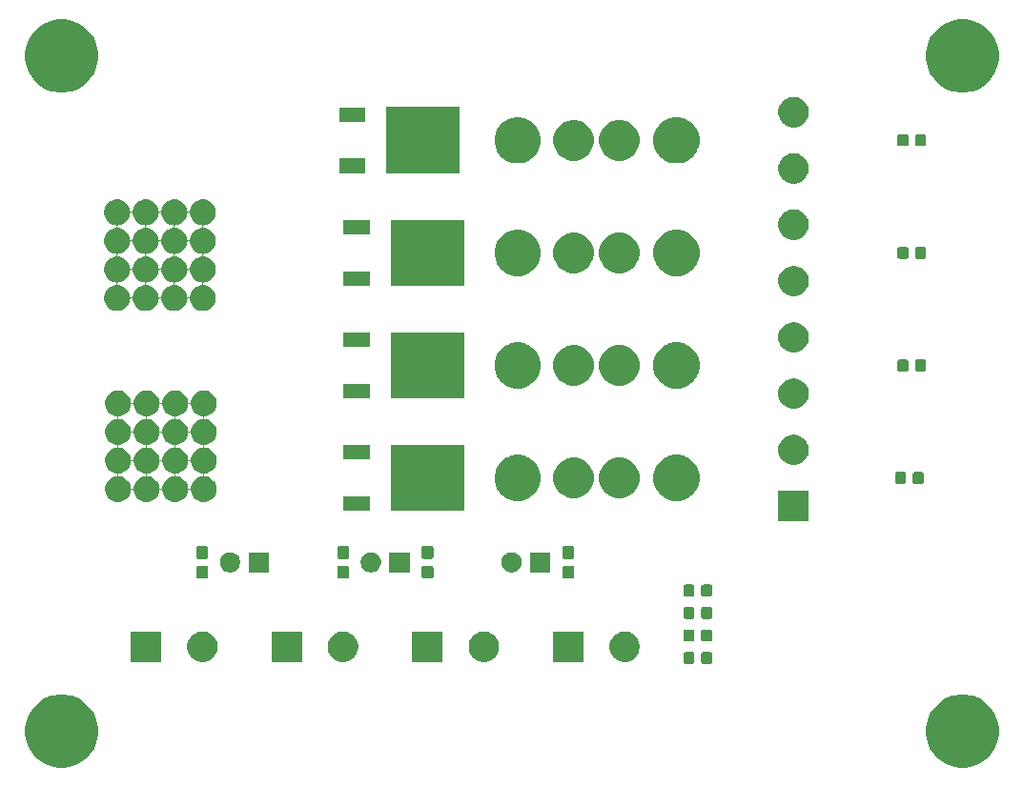
<source format=gbr>
G04 #@! TF.GenerationSoftware,KiCad,Pcbnew,(5.1.6)-1*
G04 #@! TF.CreationDate,2020-07-08T14:40:54+02:00*
G04 #@! TF.ProjectId,power-distribution,706f7765-722d-4646-9973-747269627574,rev?*
G04 #@! TF.SameCoordinates,Original*
G04 #@! TF.FileFunction,Soldermask,Top*
G04 #@! TF.FilePolarity,Negative*
%FSLAX46Y46*%
G04 Gerber Fmt 4.6, Leading zero omitted, Abs format (unit mm)*
G04 Created by KiCad (PCBNEW (5.1.6)-1) date 2020-07-08 14:40:54*
%MOMM*%
%LPD*%
G01*
G04 APERTURE LIST*
%ADD10C,0.100000*%
G04 APERTURE END LIST*
D10*
G36*
X135634239Y-141811467D02*
G01*
X135948282Y-141873934D01*
X136539926Y-142119001D01*
X137072392Y-142474784D01*
X137525216Y-142927608D01*
X137880999Y-143460074D01*
X138126066Y-144051718D01*
X138126066Y-144051719D01*
X138251000Y-144679803D01*
X138251000Y-145320197D01*
X138188533Y-145634239D01*
X138126066Y-145948282D01*
X137880999Y-146539926D01*
X137525216Y-147072392D01*
X137072392Y-147525216D01*
X136539926Y-147880999D01*
X135948282Y-148126066D01*
X135634239Y-148188533D01*
X135320197Y-148251000D01*
X134679803Y-148251000D01*
X134365761Y-148188533D01*
X134051718Y-148126066D01*
X133460074Y-147880999D01*
X132927608Y-147525216D01*
X132474784Y-147072392D01*
X132119001Y-146539926D01*
X131873934Y-145948282D01*
X131811467Y-145634239D01*
X131749000Y-145320197D01*
X131749000Y-144679803D01*
X131873934Y-144051719D01*
X131873934Y-144051718D01*
X132119001Y-143460074D01*
X132474784Y-142927608D01*
X132927608Y-142474784D01*
X133460074Y-142119001D01*
X134051718Y-141873934D01*
X134365761Y-141811467D01*
X134679803Y-141749000D01*
X135320197Y-141749000D01*
X135634239Y-141811467D01*
G37*
G36*
X55634239Y-141811467D02*
G01*
X55948282Y-141873934D01*
X56539926Y-142119001D01*
X57072392Y-142474784D01*
X57525216Y-142927608D01*
X57880999Y-143460074D01*
X58126066Y-144051718D01*
X58126066Y-144051719D01*
X58251000Y-144679803D01*
X58251000Y-145320197D01*
X58188533Y-145634239D01*
X58126066Y-145948282D01*
X57880999Y-146539926D01*
X57525216Y-147072392D01*
X57072392Y-147525216D01*
X56539926Y-147880999D01*
X55948282Y-148126066D01*
X55634239Y-148188533D01*
X55320197Y-148251000D01*
X54679803Y-148251000D01*
X54365761Y-148188533D01*
X54051718Y-148126066D01*
X53460074Y-147880999D01*
X52927608Y-147525216D01*
X52474784Y-147072392D01*
X52119001Y-146539926D01*
X51873934Y-145948282D01*
X51811467Y-145634239D01*
X51749000Y-145320197D01*
X51749000Y-144679803D01*
X51873934Y-144051719D01*
X51873934Y-144051718D01*
X52119001Y-143460074D01*
X52474784Y-142927608D01*
X52927608Y-142474784D01*
X53460074Y-142119001D01*
X54051718Y-141873934D01*
X54365761Y-141811467D01*
X54679803Y-141749000D01*
X55320197Y-141749000D01*
X55634239Y-141811467D01*
G37*
G36*
X111054591Y-137978085D02*
G01*
X111088569Y-137988393D01*
X111119890Y-138005134D01*
X111147339Y-138027661D01*
X111169866Y-138055110D01*
X111186607Y-138086431D01*
X111196915Y-138120409D01*
X111201000Y-138161890D01*
X111201000Y-138838110D01*
X111196915Y-138879591D01*
X111186607Y-138913569D01*
X111169866Y-138944890D01*
X111147339Y-138972339D01*
X111119890Y-138994866D01*
X111088569Y-139011607D01*
X111054591Y-139021915D01*
X111013110Y-139026000D01*
X110411890Y-139026000D01*
X110370409Y-139021915D01*
X110336431Y-139011607D01*
X110305110Y-138994866D01*
X110277661Y-138972339D01*
X110255134Y-138944890D01*
X110238393Y-138913569D01*
X110228085Y-138879591D01*
X110224000Y-138838110D01*
X110224000Y-138161890D01*
X110228085Y-138120409D01*
X110238393Y-138086431D01*
X110255134Y-138055110D01*
X110277661Y-138027661D01*
X110305110Y-138005134D01*
X110336431Y-137988393D01*
X110370409Y-137978085D01*
X110411890Y-137974000D01*
X111013110Y-137974000D01*
X111054591Y-137978085D01*
G37*
G36*
X112629591Y-137978085D02*
G01*
X112663569Y-137988393D01*
X112694890Y-138005134D01*
X112722339Y-138027661D01*
X112744866Y-138055110D01*
X112761607Y-138086431D01*
X112771915Y-138120409D01*
X112776000Y-138161890D01*
X112776000Y-138838110D01*
X112771915Y-138879591D01*
X112761607Y-138913569D01*
X112744866Y-138944890D01*
X112722339Y-138972339D01*
X112694890Y-138994866D01*
X112663569Y-139011607D01*
X112629591Y-139021915D01*
X112588110Y-139026000D01*
X111986890Y-139026000D01*
X111945409Y-139021915D01*
X111911431Y-139011607D01*
X111880110Y-138994866D01*
X111852661Y-138972339D01*
X111830134Y-138944890D01*
X111813393Y-138913569D01*
X111803085Y-138879591D01*
X111799000Y-138838110D01*
X111799000Y-138161890D01*
X111803085Y-138120409D01*
X111813393Y-138086431D01*
X111830134Y-138055110D01*
X111852661Y-138027661D01*
X111880110Y-138005134D01*
X111911431Y-137988393D01*
X111945409Y-137978085D01*
X111986890Y-137974000D01*
X112588110Y-137974000D01*
X112629591Y-137978085D01*
G37*
G36*
X105197865Y-136161890D02*
G01*
X105394072Y-136200918D01*
X105639939Y-136302759D01*
X105861212Y-136450610D01*
X106049390Y-136638788D01*
X106182574Y-136838110D01*
X106197242Y-136860063D01*
X106299082Y-137105928D01*
X106351000Y-137366937D01*
X106351000Y-137633063D01*
X106299082Y-137894072D01*
X106221012Y-138082552D01*
X106197241Y-138139939D01*
X106049390Y-138361212D01*
X105861212Y-138549390D01*
X105639939Y-138697241D01*
X105639938Y-138697242D01*
X105639937Y-138697242D01*
X105394072Y-138799082D01*
X105133063Y-138851000D01*
X104866937Y-138851000D01*
X104605928Y-138799082D01*
X104360063Y-138697242D01*
X104360062Y-138697242D01*
X104360061Y-138697241D01*
X104138788Y-138549390D01*
X103950610Y-138361212D01*
X103802759Y-138139939D01*
X103778989Y-138082552D01*
X103700918Y-137894072D01*
X103649000Y-137633063D01*
X103649000Y-137366937D01*
X103700918Y-137105928D01*
X103802758Y-136860063D01*
X103817427Y-136838110D01*
X103950610Y-136638788D01*
X104138788Y-136450610D01*
X104360061Y-136302759D01*
X104605928Y-136200918D01*
X104802135Y-136161890D01*
X104866937Y-136149000D01*
X105133063Y-136149000D01*
X105197865Y-136161890D01*
G37*
G36*
X101351000Y-138851000D02*
G01*
X98649000Y-138851000D01*
X98649000Y-136149000D01*
X101351000Y-136149000D01*
X101351000Y-138851000D01*
G37*
G36*
X92697865Y-136161890D02*
G01*
X92894072Y-136200918D01*
X93139939Y-136302759D01*
X93361212Y-136450610D01*
X93549390Y-136638788D01*
X93682574Y-136838110D01*
X93697242Y-136860063D01*
X93799082Y-137105928D01*
X93851000Y-137366937D01*
X93851000Y-137633063D01*
X93799082Y-137894072D01*
X93721012Y-138082552D01*
X93697241Y-138139939D01*
X93549390Y-138361212D01*
X93361212Y-138549390D01*
X93139939Y-138697241D01*
X93139938Y-138697242D01*
X93139937Y-138697242D01*
X92894072Y-138799082D01*
X92633063Y-138851000D01*
X92366937Y-138851000D01*
X92105928Y-138799082D01*
X91860063Y-138697242D01*
X91860062Y-138697242D01*
X91860061Y-138697241D01*
X91638788Y-138549390D01*
X91450610Y-138361212D01*
X91302759Y-138139939D01*
X91278989Y-138082552D01*
X91200918Y-137894072D01*
X91149000Y-137633063D01*
X91149000Y-137366937D01*
X91200918Y-137105928D01*
X91302758Y-136860063D01*
X91317427Y-136838110D01*
X91450610Y-136638788D01*
X91638788Y-136450610D01*
X91860061Y-136302759D01*
X92105928Y-136200918D01*
X92302135Y-136161890D01*
X92366937Y-136149000D01*
X92633063Y-136149000D01*
X92697865Y-136161890D01*
G37*
G36*
X88851000Y-138851000D02*
G01*
X86149000Y-138851000D01*
X86149000Y-136149000D01*
X88851000Y-136149000D01*
X88851000Y-138851000D01*
G37*
G36*
X80197865Y-136161890D02*
G01*
X80394072Y-136200918D01*
X80639939Y-136302759D01*
X80861212Y-136450610D01*
X81049390Y-136638788D01*
X81182574Y-136838110D01*
X81197242Y-136860063D01*
X81299082Y-137105928D01*
X81351000Y-137366937D01*
X81351000Y-137633063D01*
X81299082Y-137894072D01*
X81221012Y-138082552D01*
X81197241Y-138139939D01*
X81049390Y-138361212D01*
X80861212Y-138549390D01*
X80639939Y-138697241D01*
X80639938Y-138697242D01*
X80639937Y-138697242D01*
X80394072Y-138799082D01*
X80133063Y-138851000D01*
X79866937Y-138851000D01*
X79605928Y-138799082D01*
X79360063Y-138697242D01*
X79360062Y-138697242D01*
X79360061Y-138697241D01*
X79138788Y-138549390D01*
X78950610Y-138361212D01*
X78802759Y-138139939D01*
X78778989Y-138082552D01*
X78700918Y-137894072D01*
X78649000Y-137633063D01*
X78649000Y-137366937D01*
X78700918Y-137105928D01*
X78802758Y-136860063D01*
X78817427Y-136838110D01*
X78950610Y-136638788D01*
X79138788Y-136450610D01*
X79360061Y-136302759D01*
X79605928Y-136200918D01*
X79802135Y-136161890D01*
X79866937Y-136149000D01*
X80133063Y-136149000D01*
X80197865Y-136161890D01*
G37*
G36*
X76351000Y-138851000D02*
G01*
X73649000Y-138851000D01*
X73649000Y-136149000D01*
X76351000Y-136149000D01*
X76351000Y-138851000D01*
G37*
G36*
X67697865Y-136161890D02*
G01*
X67894072Y-136200918D01*
X68139939Y-136302759D01*
X68361212Y-136450610D01*
X68549390Y-136638788D01*
X68682574Y-136838110D01*
X68697242Y-136860063D01*
X68799082Y-137105928D01*
X68851000Y-137366937D01*
X68851000Y-137633063D01*
X68799082Y-137894072D01*
X68721012Y-138082552D01*
X68697241Y-138139939D01*
X68549390Y-138361212D01*
X68361212Y-138549390D01*
X68139939Y-138697241D01*
X68139938Y-138697242D01*
X68139937Y-138697242D01*
X67894072Y-138799082D01*
X67633063Y-138851000D01*
X67366937Y-138851000D01*
X67105928Y-138799082D01*
X66860063Y-138697242D01*
X66860062Y-138697242D01*
X66860061Y-138697241D01*
X66638788Y-138549390D01*
X66450610Y-138361212D01*
X66302759Y-138139939D01*
X66278989Y-138082552D01*
X66200918Y-137894072D01*
X66149000Y-137633063D01*
X66149000Y-137366937D01*
X66200918Y-137105928D01*
X66302758Y-136860063D01*
X66317427Y-136838110D01*
X66450610Y-136638788D01*
X66638788Y-136450610D01*
X66860061Y-136302759D01*
X67105928Y-136200918D01*
X67302135Y-136161890D01*
X67366937Y-136149000D01*
X67633063Y-136149000D01*
X67697865Y-136161890D01*
G37*
G36*
X63851000Y-138851000D02*
G01*
X61149000Y-138851000D01*
X61149000Y-136149000D01*
X63851000Y-136149000D01*
X63851000Y-138851000D01*
G37*
G36*
X111054591Y-135978085D02*
G01*
X111088569Y-135988393D01*
X111119890Y-136005134D01*
X111147339Y-136027661D01*
X111169866Y-136055110D01*
X111186607Y-136086431D01*
X111196915Y-136120409D01*
X111201000Y-136161890D01*
X111201000Y-136838110D01*
X111196915Y-136879591D01*
X111186607Y-136913569D01*
X111169866Y-136944890D01*
X111147339Y-136972339D01*
X111119890Y-136994866D01*
X111088569Y-137011607D01*
X111054591Y-137021915D01*
X111013110Y-137026000D01*
X110411890Y-137026000D01*
X110370409Y-137021915D01*
X110336431Y-137011607D01*
X110305110Y-136994866D01*
X110277661Y-136972339D01*
X110255134Y-136944890D01*
X110238393Y-136913569D01*
X110228085Y-136879591D01*
X110224000Y-136838110D01*
X110224000Y-136161890D01*
X110228085Y-136120409D01*
X110238393Y-136086431D01*
X110255134Y-136055110D01*
X110277661Y-136027661D01*
X110305110Y-136005134D01*
X110336431Y-135988393D01*
X110370409Y-135978085D01*
X110411890Y-135974000D01*
X111013110Y-135974000D01*
X111054591Y-135978085D01*
G37*
G36*
X112629591Y-135978085D02*
G01*
X112663569Y-135988393D01*
X112694890Y-136005134D01*
X112722339Y-136027661D01*
X112744866Y-136055110D01*
X112761607Y-136086431D01*
X112771915Y-136120409D01*
X112776000Y-136161890D01*
X112776000Y-136838110D01*
X112771915Y-136879591D01*
X112761607Y-136913569D01*
X112744866Y-136944890D01*
X112722339Y-136972339D01*
X112694890Y-136994866D01*
X112663569Y-137011607D01*
X112629591Y-137021915D01*
X112588110Y-137026000D01*
X111986890Y-137026000D01*
X111945409Y-137021915D01*
X111911431Y-137011607D01*
X111880110Y-136994866D01*
X111852661Y-136972339D01*
X111830134Y-136944890D01*
X111813393Y-136913569D01*
X111803085Y-136879591D01*
X111799000Y-136838110D01*
X111799000Y-136161890D01*
X111803085Y-136120409D01*
X111813393Y-136086431D01*
X111830134Y-136055110D01*
X111852661Y-136027661D01*
X111880110Y-136005134D01*
X111911431Y-135988393D01*
X111945409Y-135978085D01*
X111986890Y-135974000D01*
X112588110Y-135974000D01*
X112629591Y-135978085D01*
G37*
G36*
X112629591Y-133978085D02*
G01*
X112663569Y-133988393D01*
X112694890Y-134005134D01*
X112722339Y-134027661D01*
X112744866Y-134055110D01*
X112761607Y-134086431D01*
X112771915Y-134120409D01*
X112776000Y-134161890D01*
X112776000Y-134838110D01*
X112771915Y-134879591D01*
X112761607Y-134913569D01*
X112744866Y-134944890D01*
X112722339Y-134972339D01*
X112694890Y-134994866D01*
X112663569Y-135011607D01*
X112629591Y-135021915D01*
X112588110Y-135026000D01*
X111986890Y-135026000D01*
X111945409Y-135021915D01*
X111911431Y-135011607D01*
X111880110Y-134994866D01*
X111852661Y-134972339D01*
X111830134Y-134944890D01*
X111813393Y-134913569D01*
X111803085Y-134879591D01*
X111799000Y-134838110D01*
X111799000Y-134161890D01*
X111803085Y-134120409D01*
X111813393Y-134086431D01*
X111830134Y-134055110D01*
X111852661Y-134027661D01*
X111880110Y-134005134D01*
X111911431Y-133988393D01*
X111945409Y-133978085D01*
X111986890Y-133974000D01*
X112588110Y-133974000D01*
X112629591Y-133978085D01*
G37*
G36*
X111054591Y-133978085D02*
G01*
X111088569Y-133988393D01*
X111119890Y-134005134D01*
X111147339Y-134027661D01*
X111169866Y-134055110D01*
X111186607Y-134086431D01*
X111196915Y-134120409D01*
X111201000Y-134161890D01*
X111201000Y-134838110D01*
X111196915Y-134879591D01*
X111186607Y-134913569D01*
X111169866Y-134944890D01*
X111147339Y-134972339D01*
X111119890Y-134994866D01*
X111088569Y-135011607D01*
X111054591Y-135021915D01*
X111013110Y-135026000D01*
X110411890Y-135026000D01*
X110370409Y-135021915D01*
X110336431Y-135011607D01*
X110305110Y-134994866D01*
X110277661Y-134972339D01*
X110255134Y-134944890D01*
X110238393Y-134913569D01*
X110228085Y-134879591D01*
X110224000Y-134838110D01*
X110224000Y-134161890D01*
X110228085Y-134120409D01*
X110238393Y-134086431D01*
X110255134Y-134055110D01*
X110277661Y-134027661D01*
X110305110Y-134005134D01*
X110336431Y-133988393D01*
X110370409Y-133978085D01*
X110411890Y-133974000D01*
X111013110Y-133974000D01*
X111054591Y-133978085D01*
G37*
G36*
X111054591Y-131978085D02*
G01*
X111088569Y-131988393D01*
X111119890Y-132005134D01*
X111147339Y-132027661D01*
X111169866Y-132055110D01*
X111186607Y-132086431D01*
X111196915Y-132120409D01*
X111201000Y-132161890D01*
X111201000Y-132838110D01*
X111196915Y-132879591D01*
X111186607Y-132913569D01*
X111169866Y-132944890D01*
X111147339Y-132972339D01*
X111119890Y-132994866D01*
X111088569Y-133011607D01*
X111054591Y-133021915D01*
X111013110Y-133026000D01*
X110411890Y-133026000D01*
X110370409Y-133021915D01*
X110336431Y-133011607D01*
X110305110Y-132994866D01*
X110277661Y-132972339D01*
X110255134Y-132944890D01*
X110238393Y-132913569D01*
X110228085Y-132879591D01*
X110224000Y-132838110D01*
X110224000Y-132161890D01*
X110228085Y-132120409D01*
X110238393Y-132086431D01*
X110255134Y-132055110D01*
X110277661Y-132027661D01*
X110305110Y-132005134D01*
X110336431Y-131988393D01*
X110370409Y-131978085D01*
X110411890Y-131974000D01*
X111013110Y-131974000D01*
X111054591Y-131978085D01*
G37*
G36*
X112629591Y-131978085D02*
G01*
X112663569Y-131988393D01*
X112694890Y-132005134D01*
X112722339Y-132027661D01*
X112744866Y-132055110D01*
X112761607Y-132086431D01*
X112771915Y-132120409D01*
X112776000Y-132161890D01*
X112776000Y-132838110D01*
X112771915Y-132879591D01*
X112761607Y-132913569D01*
X112744866Y-132944890D01*
X112722339Y-132972339D01*
X112694890Y-132994866D01*
X112663569Y-133011607D01*
X112629591Y-133021915D01*
X112588110Y-133026000D01*
X111986890Y-133026000D01*
X111945409Y-133021915D01*
X111911431Y-133011607D01*
X111880110Y-132994866D01*
X111852661Y-132972339D01*
X111830134Y-132944890D01*
X111813393Y-132913569D01*
X111803085Y-132879591D01*
X111799000Y-132838110D01*
X111799000Y-132161890D01*
X111803085Y-132120409D01*
X111813393Y-132086431D01*
X111830134Y-132055110D01*
X111852661Y-132027661D01*
X111880110Y-132005134D01*
X111911431Y-131988393D01*
X111945409Y-131978085D01*
X111986890Y-131974000D01*
X112588110Y-131974000D01*
X112629591Y-131978085D01*
G37*
G36*
X80364499Y-130303445D02*
G01*
X80401995Y-130314820D01*
X80436554Y-130333292D01*
X80466847Y-130358153D01*
X80491708Y-130388446D01*
X80510180Y-130423005D01*
X80521555Y-130460501D01*
X80526000Y-130505638D01*
X80526000Y-131244362D01*
X80521555Y-131289499D01*
X80510180Y-131326995D01*
X80491708Y-131361554D01*
X80466847Y-131391847D01*
X80436554Y-131416708D01*
X80401995Y-131435180D01*
X80364499Y-131446555D01*
X80319362Y-131451000D01*
X79680638Y-131451000D01*
X79635501Y-131446555D01*
X79598005Y-131435180D01*
X79563446Y-131416708D01*
X79533153Y-131391847D01*
X79508292Y-131361554D01*
X79489820Y-131326995D01*
X79478445Y-131289499D01*
X79474000Y-131244362D01*
X79474000Y-130505638D01*
X79478445Y-130460501D01*
X79489820Y-130423005D01*
X79508292Y-130388446D01*
X79533153Y-130358153D01*
X79563446Y-130333292D01*
X79598005Y-130314820D01*
X79635501Y-130303445D01*
X79680638Y-130299000D01*
X80319362Y-130299000D01*
X80364499Y-130303445D01*
G37*
G36*
X87864499Y-130303445D02*
G01*
X87901995Y-130314820D01*
X87936554Y-130333292D01*
X87966847Y-130358153D01*
X87991708Y-130388446D01*
X88010180Y-130423005D01*
X88021555Y-130460501D01*
X88026000Y-130505638D01*
X88026000Y-131244362D01*
X88021555Y-131289499D01*
X88010180Y-131326995D01*
X87991708Y-131361554D01*
X87966847Y-131391847D01*
X87936554Y-131416708D01*
X87901995Y-131435180D01*
X87864499Y-131446555D01*
X87819362Y-131451000D01*
X87180638Y-131451000D01*
X87135501Y-131446555D01*
X87098005Y-131435180D01*
X87063446Y-131416708D01*
X87033153Y-131391847D01*
X87008292Y-131361554D01*
X86989820Y-131326995D01*
X86978445Y-131289499D01*
X86974000Y-131244362D01*
X86974000Y-130505638D01*
X86978445Y-130460501D01*
X86989820Y-130423005D01*
X87008292Y-130388446D01*
X87033153Y-130358153D01*
X87063446Y-130333292D01*
X87098005Y-130314820D01*
X87135501Y-130303445D01*
X87180638Y-130299000D01*
X87819362Y-130299000D01*
X87864499Y-130303445D01*
G37*
G36*
X100364499Y-130303445D02*
G01*
X100401995Y-130314820D01*
X100436554Y-130333292D01*
X100466847Y-130358153D01*
X100491708Y-130388446D01*
X100510180Y-130423005D01*
X100521555Y-130460501D01*
X100526000Y-130505638D01*
X100526000Y-131244362D01*
X100521555Y-131289499D01*
X100510180Y-131326995D01*
X100491708Y-131361554D01*
X100466847Y-131391847D01*
X100436554Y-131416708D01*
X100401995Y-131435180D01*
X100364499Y-131446555D01*
X100319362Y-131451000D01*
X99680638Y-131451000D01*
X99635501Y-131446555D01*
X99598005Y-131435180D01*
X99563446Y-131416708D01*
X99533153Y-131391847D01*
X99508292Y-131361554D01*
X99489820Y-131326995D01*
X99478445Y-131289499D01*
X99474000Y-131244362D01*
X99474000Y-130505638D01*
X99478445Y-130460501D01*
X99489820Y-130423005D01*
X99508292Y-130388446D01*
X99533153Y-130358153D01*
X99563446Y-130333292D01*
X99598005Y-130314820D01*
X99635501Y-130303445D01*
X99680638Y-130299000D01*
X100319362Y-130299000D01*
X100364499Y-130303445D01*
G37*
G36*
X67864499Y-130303445D02*
G01*
X67901995Y-130314820D01*
X67936554Y-130333292D01*
X67966847Y-130358153D01*
X67991708Y-130388446D01*
X68010180Y-130423005D01*
X68021555Y-130460501D01*
X68026000Y-130505638D01*
X68026000Y-131244362D01*
X68021555Y-131289499D01*
X68010180Y-131326995D01*
X67991708Y-131361554D01*
X67966847Y-131391847D01*
X67936554Y-131416708D01*
X67901995Y-131435180D01*
X67864499Y-131446555D01*
X67819362Y-131451000D01*
X67180638Y-131451000D01*
X67135501Y-131446555D01*
X67098005Y-131435180D01*
X67063446Y-131416708D01*
X67033153Y-131391847D01*
X67008292Y-131361554D01*
X66989820Y-131326995D01*
X66978445Y-131289499D01*
X66974000Y-131244362D01*
X66974000Y-130505638D01*
X66978445Y-130460501D01*
X66989820Y-130423005D01*
X67008292Y-130388446D01*
X67033153Y-130358153D01*
X67063446Y-130333292D01*
X67098005Y-130314820D01*
X67135501Y-130303445D01*
X67180638Y-130299000D01*
X67819362Y-130299000D01*
X67864499Y-130303445D01*
G37*
G36*
X70073512Y-129103927D02*
G01*
X70222812Y-129133624D01*
X70386784Y-129201544D01*
X70534354Y-129300147D01*
X70659853Y-129425646D01*
X70758456Y-129573216D01*
X70826376Y-129737188D01*
X70861000Y-129911259D01*
X70861000Y-130088741D01*
X70826376Y-130262812D01*
X70758456Y-130426784D01*
X70659853Y-130574354D01*
X70534354Y-130699853D01*
X70386784Y-130798456D01*
X70222812Y-130866376D01*
X70073512Y-130896073D01*
X70048742Y-130901000D01*
X69871258Y-130901000D01*
X69846488Y-130896073D01*
X69697188Y-130866376D01*
X69533216Y-130798456D01*
X69385646Y-130699853D01*
X69260147Y-130574354D01*
X69161544Y-130426784D01*
X69093624Y-130262812D01*
X69059000Y-130088741D01*
X69059000Y-129911259D01*
X69093624Y-129737188D01*
X69161544Y-129573216D01*
X69260147Y-129425646D01*
X69385646Y-129300147D01*
X69533216Y-129201544D01*
X69697188Y-129133624D01*
X69846488Y-129103927D01*
X69871258Y-129099000D01*
X70048742Y-129099000D01*
X70073512Y-129103927D01*
G37*
G36*
X82573512Y-129103927D02*
G01*
X82722812Y-129133624D01*
X82886784Y-129201544D01*
X83034354Y-129300147D01*
X83159853Y-129425646D01*
X83258456Y-129573216D01*
X83326376Y-129737188D01*
X83361000Y-129911259D01*
X83361000Y-130088741D01*
X83326376Y-130262812D01*
X83258456Y-130426784D01*
X83159853Y-130574354D01*
X83034354Y-130699853D01*
X82886784Y-130798456D01*
X82722812Y-130866376D01*
X82573512Y-130896073D01*
X82548742Y-130901000D01*
X82371258Y-130901000D01*
X82346488Y-130896073D01*
X82197188Y-130866376D01*
X82033216Y-130798456D01*
X81885646Y-130699853D01*
X81760147Y-130574354D01*
X81661544Y-130426784D01*
X81593624Y-130262812D01*
X81559000Y-130088741D01*
X81559000Y-129911259D01*
X81593624Y-129737188D01*
X81661544Y-129573216D01*
X81760147Y-129425646D01*
X81885646Y-129300147D01*
X82033216Y-129201544D01*
X82197188Y-129133624D01*
X82346488Y-129103927D01*
X82371258Y-129099000D01*
X82548742Y-129099000D01*
X82573512Y-129103927D01*
G37*
G36*
X85901000Y-130901000D02*
G01*
X84099000Y-130901000D01*
X84099000Y-129099000D01*
X85901000Y-129099000D01*
X85901000Y-130901000D01*
G37*
G36*
X73401000Y-130901000D02*
G01*
X71599000Y-130901000D01*
X71599000Y-129099000D01*
X73401000Y-129099000D01*
X73401000Y-130901000D01*
G37*
G36*
X95073512Y-129103927D02*
G01*
X95222812Y-129133624D01*
X95386784Y-129201544D01*
X95534354Y-129300147D01*
X95659853Y-129425646D01*
X95758456Y-129573216D01*
X95826376Y-129737188D01*
X95861000Y-129911259D01*
X95861000Y-130088741D01*
X95826376Y-130262812D01*
X95758456Y-130426784D01*
X95659853Y-130574354D01*
X95534354Y-130699853D01*
X95386784Y-130798456D01*
X95222812Y-130866376D01*
X95073512Y-130896073D01*
X95048742Y-130901000D01*
X94871258Y-130901000D01*
X94846488Y-130896073D01*
X94697188Y-130866376D01*
X94533216Y-130798456D01*
X94385646Y-130699853D01*
X94260147Y-130574354D01*
X94161544Y-130426784D01*
X94093624Y-130262812D01*
X94059000Y-130088741D01*
X94059000Y-129911259D01*
X94093624Y-129737188D01*
X94161544Y-129573216D01*
X94260147Y-129425646D01*
X94385646Y-129300147D01*
X94533216Y-129201544D01*
X94697188Y-129133624D01*
X94846488Y-129103927D01*
X94871258Y-129099000D01*
X95048742Y-129099000D01*
X95073512Y-129103927D01*
G37*
G36*
X98401000Y-130901000D02*
G01*
X96599000Y-130901000D01*
X96599000Y-129099000D01*
X98401000Y-129099000D01*
X98401000Y-130901000D01*
G37*
G36*
X87864499Y-128553445D02*
G01*
X87901995Y-128564820D01*
X87936554Y-128583292D01*
X87966847Y-128608153D01*
X87991708Y-128638446D01*
X88010180Y-128673005D01*
X88021555Y-128710501D01*
X88026000Y-128755638D01*
X88026000Y-129494362D01*
X88021555Y-129539499D01*
X88010180Y-129576995D01*
X87991708Y-129611554D01*
X87966847Y-129641847D01*
X87936554Y-129666708D01*
X87901995Y-129685180D01*
X87864499Y-129696555D01*
X87819362Y-129701000D01*
X87180638Y-129701000D01*
X87135501Y-129696555D01*
X87098005Y-129685180D01*
X87063446Y-129666708D01*
X87033153Y-129641847D01*
X87008292Y-129611554D01*
X86989820Y-129576995D01*
X86978445Y-129539499D01*
X86974000Y-129494362D01*
X86974000Y-128755638D01*
X86978445Y-128710501D01*
X86989820Y-128673005D01*
X87008292Y-128638446D01*
X87033153Y-128608153D01*
X87063446Y-128583292D01*
X87098005Y-128564820D01*
X87135501Y-128553445D01*
X87180638Y-128549000D01*
X87819362Y-128549000D01*
X87864499Y-128553445D01*
G37*
G36*
X100364499Y-128553445D02*
G01*
X100401995Y-128564820D01*
X100436554Y-128583292D01*
X100466847Y-128608153D01*
X100491708Y-128638446D01*
X100510180Y-128673005D01*
X100521555Y-128710501D01*
X100526000Y-128755638D01*
X100526000Y-129494362D01*
X100521555Y-129539499D01*
X100510180Y-129576995D01*
X100491708Y-129611554D01*
X100466847Y-129641847D01*
X100436554Y-129666708D01*
X100401995Y-129685180D01*
X100364499Y-129696555D01*
X100319362Y-129701000D01*
X99680638Y-129701000D01*
X99635501Y-129696555D01*
X99598005Y-129685180D01*
X99563446Y-129666708D01*
X99533153Y-129641847D01*
X99508292Y-129611554D01*
X99489820Y-129576995D01*
X99478445Y-129539499D01*
X99474000Y-129494362D01*
X99474000Y-128755638D01*
X99478445Y-128710501D01*
X99489820Y-128673005D01*
X99508292Y-128638446D01*
X99533153Y-128608153D01*
X99563446Y-128583292D01*
X99598005Y-128564820D01*
X99635501Y-128553445D01*
X99680638Y-128549000D01*
X100319362Y-128549000D01*
X100364499Y-128553445D01*
G37*
G36*
X80364499Y-128553445D02*
G01*
X80401995Y-128564820D01*
X80436554Y-128583292D01*
X80466847Y-128608153D01*
X80491708Y-128638446D01*
X80510180Y-128673005D01*
X80521555Y-128710501D01*
X80526000Y-128755638D01*
X80526000Y-129494362D01*
X80521555Y-129539499D01*
X80510180Y-129576995D01*
X80491708Y-129611554D01*
X80466847Y-129641847D01*
X80436554Y-129666708D01*
X80401995Y-129685180D01*
X80364499Y-129696555D01*
X80319362Y-129701000D01*
X79680638Y-129701000D01*
X79635501Y-129696555D01*
X79598005Y-129685180D01*
X79563446Y-129666708D01*
X79533153Y-129641847D01*
X79508292Y-129611554D01*
X79489820Y-129576995D01*
X79478445Y-129539499D01*
X79474000Y-129494362D01*
X79474000Y-128755638D01*
X79478445Y-128710501D01*
X79489820Y-128673005D01*
X79508292Y-128638446D01*
X79533153Y-128608153D01*
X79563446Y-128583292D01*
X79598005Y-128564820D01*
X79635501Y-128553445D01*
X79680638Y-128549000D01*
X80319362Y-128549000D01*
X80364499Y-128553445D01*
G37*
G36*
X67864499Y-128553445D02*
G01*
X67901995Y-128564820D01*
X67936554Y-128583292D01*
X67966847Y-128608153D01*
X67991708Y-128638446D01*
X68010180Y-128673005D01*
X68021555Y-128710501D01*
X68026000Y-128755638D01*
X68026000Y-129494362D01*
X68021555Y-129539499D01*
X68010180Y-129576995D01*
X67991708Y-129611554D01*
X67966847Y-129641847D01*
X67936554Y-129666708D01*
X67901995Y-129685180D01*
X67864499Y-129696555D01*
X67819362Y-129701000D01*
X67180638Y-129701000D01*
X67135501Y-129696555D01*
X67098005Y-129685180D01*
X67063446Y-129666708D01*
X67033153Y-129641847D01*
X67008292Y-129611554D01*
X66989820Y-129576995D01*
X66978445Y-129539499D01*
X66974000Y-129494362D01*
X66974000Y-128755638D01*
X66978445Y-128710501D01*
X66989820Y-128673005D01*
X67008292Y-128638446D01*
X67033153Y-128608153D01*
X67063446Y-128583292D01*
X67098005Y-128564820D01*
X67135501Y-128553445D01*
X67180638Y-128549000D01*
X67819362Y-128549000D01*
X67864499Y-128553445D01*
G37*
G36*
X121351000Y-126351000D02*
G01*
X118649000Y-126351000D01*
X118649000Y-123649000D01*
X121351000Y-123649000D01*
X121351000Y-126351000D01*
G37*
G36*
X90751000Y-125451000D02*
G01*
X84249000Y-125451000D01*
X84249000Y-119549000D01*
X90751000Y-119549000D01*
X90751000Y-125451000D01*
G37*
G36*
X82351000Y-125431000D02*
G01*
X80049000Y-125431000D01*
X80049000Y-124129000D01*
X82351000Y-124129000D01*
X82351000Y-125431000D01*
G37*
G36*
X60224549Y-114751116D02*
G01*
X60335734Y-114773232D01*
X60545203Y-114859997D01*
X60733720Y-114985960D01*
X60894040Y-115146280D01*
X61020003Y-115334797D01*
X61020004Y-115334799D01*
X61106768Y-115544267D01*
X61147403Y-115748552D01*
X61154516Y-115772001D01*
X61166067Y-115793612D01*
X61181612Y-115812554D01*
X61200554Y-115828099D01*
X61222165Y-115839650D01*
X61245614Y-115846763D01*
X61270000Y-115849165D01*
X61294386Y-115846763D01*
X61317835Y-115839650D01*
X61339446Y-115828099D01*
X61358388Y-115812554D01*
X61373933Y-115793612D01*
X61385484Y-115772001D01*
X61392597Y-115748552D01*
X61433232Y-115544267D01*
X61519996Y-115334799D01*
X61519997Y-115334797D01*
X61645960Y-115146280D01*
X61806280Y-114985960D01*
X61994797Y-114859997D01*
X62204266Y-114773232D01*
X62315451Y-114751116D01*
X62426635Y-114729000D01*
X62653365Y-114729000D01*
X62764549Y-114751116D01*
X62875734Y-114773232D01*
X63085203Y-114859997D01*
X63273720Y-114985960D01*
X63434040Y-115146280D01*
X63560003Y-115334797D01*
X63560004Y-115334799D01*
X63646768Y-115544267D01*
X63687403Y-115748552D01*
X63694516Y-115772001D01*
X63706067Y-115793612D01*
X63721612Y-115812554D01*
X63740554Y-115828099D01*
X63762165Y-115839650D01*
X63785614Y-115846763D01*
X63810000Y-115849165D01*
X63834386Y-115846763D01*
X63857835Y-115839650D01*
X63879446Y-115828099D01*
X63898388Y-115812554D01*
X63913933Y-115793612D01*
X63925484Y-115772001D01*
X63932597Y-115748552D01*
X63973232Y-115544267D01*
X64059996Y-115334799D01*
X64059997Y-115334797D01*
X64185960Y-115146280D01*
X64346280Y-114985960D01*
X64534797Y-114859997D01*
X64744266Y-114773232D01*
X64855451Y-114751116D01*
X64966635Y-114729000D01*
X65193365Y-114729000D01*
X65304549Y-114751116D01*
X65415734Y-114773232D01*
X65625203Y-114859997D01*
X65813720Y-114985960D01*
X65974040Y-115146280D01*
X66100003Y-115334797D01*
X66100004Y-115334799D01*
X66186768Y-115544267D01*
X66227403Y-115748552D01*
X66234516Y-115772001D01*
X66246067Y-115793612D01*
X66261612Y-115812554D01*
X66280554Y-115828099D01*
X66302165Y-115839650D01*
X66325614Y-115846763D01*
X66350000Y-115849165D01*
X66374386Y-115846763D01*
X66397835Y-115839650D01*
X66419446Y-115828099D01*
X66438388Y-115812554D01*
X66453933Y-115793612D01*
X66465484Y-115772001D01*
X66472597Y-115748552D01*
X66513232Y-115544267D01*
X66599996Y-115334799D01*
X66599997Y-115334797D01*
X66725960Y-115146280D01*
X66886280Y-114985960D01*
X67074797Y-114859997D01*
X67284266Y-114773232D01*
X67395451Y-114751116D01*
X67506635Y-114729000D01*
X67733365Y-114729000D01*
X67844549Y-114751116D01*
X67955734Y-114773232D01*
X68165203Y-114859997D01*
X68353720Y-114985960D01*
X68514040Y-115146280D01*
X68640003Y-115334797D01*
X68726768Y-115544266D01*
X68771000Y-115766636D01*
X68771000Y-115993364D01*
X68726768Y-116215734D01*
X68640003Y-116425203D01*
X68514040Y-116613720D01*
X68353720Y-116774040D01*
X68165203Y-116900003D01*
X67955734Y-116986768D01*
X67828161Y-117012144D01*
X67751448Y-117027403D01*
X67727999Y-117034516D01*
X67706388Y-117046067D01*
X67687446Y-117061612D01*
X67671901Y-117080554D01*
X67660350Y-117102165D01*
X67653237Y-117125614D01*
X67650835Y-117150000D01*
X67653237Y-117174386D01*
X67660350Y-117197835D01*
X67671901Y-117219446D01*
X67687446Y-117238388D01*
X67706388Y-117253933D01*
X67727999Y-117265484D01*
X67751448Y-117272597D01*
X67828161Y-117287856D01*
X67955734Y-117313232D01*
X68165203Y-117399997D01*
X68353720Y-117525960D01*
X68514040Y-117686280D01*
X68640003Y-117874797D01*
X68726768Y-118084266D01*
X68771000Y-118306636D01*
X68771000Y-118533364D01*
X68726768Y-118755734D01*
X68640003Y-118965203D01*
X68514040Y-119153720D01*
X68353720Y-119314040D01*
X68165203Y-119440003D01*
X67955734Y-119526768D01*
X67843966Y-119549000D01*
X67751448Y-119567403D01*
X67727999Y-119574516D01*
X67706388Y-119586067D01*
X67687446Y-119601612D01*
X67671901Y-119620554D01*
X67660350Y-119642165D01*
X67653237Y-119665614D01*
X67650835Y-119690000D01*
X67653237Y-119714386D01*
X67660350Y-119737835D01*
X67671901Y-119759446D01*
X67687446Y-119778388D01*
X67706388Y-119793933D01*
X67727999Y-119805484D01*
X67751448Y-119812597D01*
X67828161Y-119827856D01*
X67955734Y-119853232D01*
X68165203Y-119939997D01*
X68353720Y-120065960D01*
X68514040Y-120226280D01*
X68640003Y-120414797D01*
X68726768Y-120624266D01*
X68771000Y-120846636D01*
X68771000Y-121073364D01*
X68726768Y-121295734D01*
X68640003Y-121505203D01*
X68514040Y-121693720D01*
X68353720Y-121854040D01*
X68165203Y-121980003D01*
X67955734Y-122066768D01*
X67876382Y-122082552D01*
X67751448Y-122107403D01*
X67727999Y-122114516D01*
X67706388Y-122126067D01*
X67687446Y-122141612D01*
X67671901Y-122160554D01*
X67660350Y-122182165D01*
X67653237Y-122205614D01*
X67650835Y-122230000D01*
X67653237Y-122254386D01*
X67660350Y-122277835D01*
X67671901Y-122299446D01*
X67687446Y-122318388D01*
X67706388Y-122333933D01*
X67727999Y-122345484D01*
X67751448Y-122352597D01*
X67828161Y-122367856D01*
X67955734Y-122393232D01*
X68165203Y-122479997D01*
X68353720Y-122605960D01*
X68514040Y-122766280D01*
X68556216Y-122829401D01*
X68640004Y-122954799D01*
X68665416Y-123016150D01*
X68726768Y-123164266D01*
X68771000Y-123386636D01*
X68771000Y-123613364D01*
X68726768Y-123835734D01*
X68640003Y-124045203D01*
X68514040Y-124233720D01*
X68353720Y-124394040D01*
X68165203Y-124520003D01*
X67955734Y-124606768D01*
X67844549Y-124628884D01*
X67733365Y-124651000D01*
X67506635Y-124651000D01*
X67395451Y-124628884D01*
X67284266Y-124606768D01*
X67074797Y-124520003D01*
X66886280Y-124394040D01*
X66725960Y-124233720D01*
X66599997Y-124045203D01*
X66513232Y-123835734D01*
X66472597Y-123631448D01*
X66465484Y-123607999D01*
X66453933Y-123586388D01*
X66438388Y-123567446D01*
X66419446Y-123551901D01*
X66397835Y-123540350D01*
X66374386Y-123533237D01*
X66350000Y-123530835D01*
X66325614Y-123533237D01*
X66302165Y-123540350D01*
X66280554Y-123551901D01*
X66261612Y-123567446D01*
X66246067Y-123586388D01*
X66234516Y-123607999D01*
X66227403Y-123631448D01*
X66186768Y-123835734D01*
X66100003Y-124045203D01*
X65974040Y-124233720D01*
X65813720Y-124394040D01*
X65625203Y-124520003D01*
X65415734Y-124606768D01*
X65304549Y-124628884D01*
X65193365Y-124651000D01*
X64966635Y-124651000D01*
X64855451Y-124628884D01*
X64744266Y-124606768D01*
X64534797Y-124520003D01*
X64346280Y-124394040D01*
X64185960Y-124233720D01*
X64059997Y-124045203D01*
X63973232Y-123835734D01*
X63932597Y-123631448D01*
X63925484Y-123607999D01*
X63913933Y-123586388D01*
X63898388Y-123567446D01*
X63879446Y-123551901D01*
X63857835Y-123540350D01*
X63834386Y-123533237D01*
X63810000Y-123530835D01*
X63785614Y-123533237D01*
X63762165Y-123540350D01*
X63740554Y-123551901D01*
X63721612Y-123567446D01*
X63706067Y-123586388D01*
X63694516Y-123607999D01*
X63687403Y-123631448D01*
X63646768Y-123835734D01*
X63560003Y-124045203D01*
X63434040Y-124233720D01*
X63273720Y-124394040D01*
X63085203Y-124520003D01*
X62875734Y-124606768D01*
X62764549Y-124628884D01*
X62653365Y-124651000D01*
X62426635Y-124651000D01*
X62315451Y-124628884D01*
X62204266Y-124606768D01*
X61994797Y-124520003D01*
X61806280Y-124394040D01*
X61645960Y-124233720D01*
X61519997Y-124045203D01*
X61433232Y-123835734D01*
X61392597Y-123631448D01*
X61385484Y-123607999D01*
X61373933Y-123586388D01*
X61358388Y-123567446D01*
X61339446Y-123551901D01*
X61317835Y-123540350D01*
X61294386Y-123533237D01*
X61270000Y-123530835D01*
X61245614Y-123533237D01*
X61222165Y-123540350D01*
X61200554Y-123551901D01*
X61181612Y-123567446D01*
X61166067Y-123586388D01*
X61154516Y-123607999D01*
X61147403Y-123631448D01*
X61106768Y-123835734D01*
X61020003Y-124045203D01*
X60894040Y-124233720D01*
X60733720Y-124394040D01*
X60545203Y-124520003D01*
X60335734Y-124606768D01*
X60224549Y-124628884D01*
X60113365Y-124651000D01*
X59886635Y-124651000D01*
X59775451Y-124628884D01*
X59664266Y-124606768D01*
X59454797Y-124520003D01*
X59266280Y-124394040D01*
X59105960Y-124233720D01*
X58979997Y-124045203D01*
X58893232Y-123835734D01*
X58849000Y-123613364D01*
X58849000Y-123386636D01*
X58893232Y-123164266D01*
X58954584Y-123016150D01*
X58979996Y-122954799D01*
X59063784Y-122829401D01*
X59105960Y-122766280D01*
X59266280Y-122605960D01*
X59454797Y-122479997D01*
X59664266Y-122393232D01*
X59791839Y-122367856D01*
X59868552Y-122352597D01*
X59892001Y-122345484D01*
X59913612Y-122333933D01*
X59932554Y-122318388D01*
X59948099Y-122299446D01*
X59959650Y-122277835D01*
X59966763Y-122254386D01*
X59969165Y-122230000D01*
X60030835Y-122230000D01*
X60033237Y-122254386D01*
X60040350Y-122277835D01*
X60051901Y-122299446D01*
X60067446Y-122318388D01*
X60086388Y-122333933D01*
X60107999Y-122345484D01*
X60131448Y-122352597D01*
X60208161Y-122367856D01*
X60335734Y-122393232D01*
X60545203Y-122479997D01*
X60733720Y-122605960D01*
X60894040Y-122766280D01*
X60936216Y-122829401D01*
X61020004Y-122954799D01*
X61106768Y-123164267D01*
X61147403Y-123368552D01*
X61154516Y-123392001D01*
X61166067Y-123413612D01*
X61181612Y-123432554D01*
X61200554Y-123448099D01*
X61222165Y-123459650D01*
X61245614Y-123466763D01*
X61270000Y-123469165D01*
X61294386Y-123466763D01*
X61317835Y-123459650D01*
X61339446Y-123448099D01*
X61358388Y-123432554D01*
X61373933Y-123413612D01*
X61385484Y-123392001D01*
X61392597Y-123368552D01*
X61433232Y-123164267D01*
X61519996Y-122954799D01*
X61603784Y-122829401D01*
X61645960Y-122766280D01*
X61806280Y-122605960D01*
X61994797Y-122479997D01*
X62204266Y-122393232D01*
X62331839Y-122367856D01*
X62408552Y-122352597D01*
X62432001Y-122345484D01*
X62453612Y-122333933D01*
X62472554Y-122318388D01*
X62488099Y-122299446D01*
X62499650Y-122277835D01*
X62506763Y-122254386D01*
X62509165Y-122230000D01*
X62570835Y-122230000D01*
X62573237Y-122254386D01*
X62580350Y-122277835D01*
X62591901Y-122299446D01*
X62607446Y-122318388D01*
X62626388Y-122333933D01*
X62647999Y-122345484D01*
X62671448Y-122352597D01*
X62748161Y-122367856D01*
X62875734Y-122393232D01*
X63085203Y-122479997D01*
X63273720Y-122605960D01*
X63434040Y-122766280D01*
X63476216Y-122829401D01*
X63560004Y-122954799D01*
X63646768Y-123164267D01*
X63687403Y-123368552D01*
X63694516Y-123392001D01*
X63706067Y-123413612D01*
X63721612Y-123432554D01*
X63740554Y-123448099D01*
X63762165Y-123459650D01*
X63785614Y-123466763D01*
X63810000Y-123469165D01*
X63834386Y-123466763D01*
X63857835Y-123459650D01*
X63879446Y-123448099D01*
X63898388Y-123432554D01*
X63913933Y-123413612D01*
X63925484Y-123392001D01*
X63932597Y-123368552D01*
X63973232Y-123164267D01*
X64059996Y-122954799D01*
X64143784Y-122829401D01*
X64185960Y-122766280D01*
X64346280Y-122605960D01*
X64534797Y-122479997D01*
X64744266Y-122393232D01*
X64871839Y-122367856D01*
X64948552Y-122352597D01*
X64972001Y-122345484D01*
X64993612Y-122333933D01*
X65012554Y-122318388D01*
X65028099Y-122299446D01*
X65039650Y-122277835D01*
X65046763Y-122254386D01*
X65049165Y-122230000D01*
X65110835Y-122230000D01*
X65113237Y-122254386D01*
X65120350Y-122277835D01*
X65131901Y-122299446D01*
X65147446Y-122318388D01*
X65166388Y-122333933D01*
X65187999Y-122345484D01*
X65211448Y-122352597D01*
X65288161Y-122367856D01*
X65415734Y-122393232D01*
X65625203Y-122479997D01*
X65813720Y-122605960D01*
X65974040Y-122766280D01*
X66016216Y-122829401D01*
X66100004Y-122954799D01*
X66186768Y-123164267D01*
X66227403Y-123368552D01*
X66234516Y-123392001D01*
X66246067Y-123413612D01*
X66261612Y-123432554D01*
X66280554Y-123448099D01*
X66302165Y-123459650D01*
X66325614Y-123466763D01*
X66350000Y-123469165D01*
X66374386Y-123466763D01*
X66397835Y-123459650D01*
X66419446Y-123448099D01*
X66438388Y-123432554D01*
X66453933Y-123413612D01*
X66465484Y-123392001D01*
X66472597Y-123368552D01*
X66513232Y-123164267D01*
X66599996Y-122954799D01*
X66683784Y-122829401D01*
X66725960Y-122766280D01*
X66886280Y-122605960D01*
X67074797Y-122479997D01*
X67284266Y-122393232D01*
X67411839Y-122367856D01*
X67488552Y-122352597D01*
X67512001Y-122345484D01*
X67533612Y-122333933D01*
X67552554Y-122318388D01*
X67568099Y-122299446D01*
X67579650Y-122277835D01*
X67586763Y-122254386D01*
X67589165Y-122230000D01*
X67586763Y-122205614D01*
X67579650Y-122182165D01*
X67568099Y-122160554D01*
X67552554Y-122141612D01*
X67533612Y-122126067D01*
X67512001Y-122114516D01*
X67488552Y-122107403D01*
X67363618Y-122082552D01*
X67284266Y-122066768D01*
X67074797Y-121980003D01*
X66886280Y-121854040D01*
X66725960Y-121693720D01*
X66599997Y-121505203D01*
X66513232Y-121295734D01*
X66472597Y-121091448D01*
X66465484Y-121067999D01*
X66453933Y-121046388D01*
X66438388Y-121027446D01*
X66419446Y-121011901D01*
X66397835Y-121000350D01*
X66374386Y-120993237D01*
X66350000Y-120990835D01*
X66325614Y-120993237D01*
X66302165Y-121000350D01*
X66280554Y-121011901D01*
X66261612Y-121027446D01*
X66246067Y-121046388D01*
X66234516Y-121067999D01*
X66227403Y-121091448D01*
X66186768Y-121295734D01*
X66100003Y-121505203D01*
X65974040Y-121693720D01*
X65813720Y-121854040D01*
X65625203Y-121980003D01*
X65415734Y-122066768D01*
X65336382Y-122082552D01*
X65211448Y-122107403D01*
X65187999Y-122114516D01*
X65166388Y-122126067D01*
X65147446Y-122141612D01*
X65131901Y-122160554D01*
X65120350Y-122182165D01*
X65113237Y-122205614D01*
X65110835Y-122230000D01*
X65049165Y-122230000D01*
X65046763Y-122205614D01*
X65039650Y-122182165D01*
X65028099Y-122160554D01*
X65012554Y-122141612D01*
X64993612Y-122126067D01*
X64972001Y-122114516D01*
X64948552Y-122107403D01*
X64823618Y-122082552D01*
X64744266Y-122066768D01*
X64534797Y-121980003D01*
X64346280Y-121854040D01*
X64185960Y-121693720D01*
X64059997Y-121505203D01*
X63973232Y-121295734D01*
X63932597Y-121091448D01*
X63925484Y-121067999D01*
X63913933Y-121046388D01*
X63898388Y-121027446D01*
X63879446Y-121011901D01*
X63857835Y-121000350D01*
X63834386Y-120993237D01*
X63810000Y-120990835D01*
X63785614Y-120993237D01*
X63762165Y-121000350D01*
X63740554Y-121011901D01*
X63721612Y-121027446D01*
X63706067Y-121046388D01*
X63694516Y-121067999D01*
X63687403Y-121091448D01*
X63646768Y-121295734D01*
X63560003Y-121505203D01*
X63434040Y-121693720D01*
X63273720Y-121854040D01*
X63085203Y-121980003D01*
X62875734Y-122066768D01*
X62796382Y-122082552D01*
X62671448Y-122107403D01*
X62647999Y-122114516D01*
X62626388Y-122126067D01*
X62607446Y-122141612D01*
X62591901Y-122160554D01*
X62580350Y-122182165D01*
X62573237Y-122205614D01*
X62570835Y-122230000D01*
X62509165Y-122230000D01*
X62506763Y-122205614D01*
X62499650Y-122182165D01*
X62488099Y-122160554D01*
X62472554Y-122141612D01*
X62453612Y-122126067D01*
X62432001Y-122114516D01*
X62408552Y-122107403D01*
X62283618Y-122082552D01*
X62204266Y-122066768D01*
X61994797Y-121980003D01*
X61806280Y-121854040D01*
X61645960Y-121693720D01*
X61519997Y-121505203D01*
X61433232Y-121295734D01*
X61392597Y-121091448D01*
X61385484Y-121067999D01*
X61373933Y-121046388D01*
X61358388Y-121027446D01*
X61339446Y-121011901D01*
X61317835Y-121000350D01*
X61294386Y-120993237D01*
X61270000Y-120990835D01*
X61245614Y-120993237D01*
X61222165Y-121000350D01*
X61200554Y-121011901D01*
X61181612Y-121027446D01*
X61166067Y-121046388D01*
X61154516Y-121067999D01*
X61147403Y-121091448D01*
X61106768Y-121295734D01*
X61020003Y-121505203D01*
X60894040Y-121693720D01*
X60733720Y-121854040D01*
X60545203Y-121980003D01*
X60335734Y-122066768D01*
X60256382Y-122082552D01*
X60131448Y-122107403D01*
X60107999Y-122114516D01*
X60086388Y-122126067D01*
X60067446Y-122141612D01*
X60051901Y-122160554D01*
X60040350Y-122182165D01*
X60033237Y-122205614D01*
X60030835Y-122230000D01*
X59969165Y-122230000D01*
X59966763Y-122205614D01*
X59959650Y-122182165D01*
X59948099Y-122160554D01*
X59932554Y-122141612D01*
X59913612Y-122126067D01*
X59892001Y-122114516D01*
X59868552Y-122107403D01*
X59743618Y-122082552D01*
X59664266Y-122066768D01*
X59454797Y-121980003D01*
X59266280Y-121854040D01*
X59105960Y-121693720D01*
X58979997Y-121505203D01*
X58893232Y-121295734D01*
X58849000Y-121073364D01*
X58849000Y-120846636D01*
X58893232Y-120624266D01*
X58979997Y-120414797D01*
X59105960Y-120226280D01*
X59266280Y-120065960D01*
X59454797Y-119939997D01*
X59664266Y-119853232D01*
X59791839Y-119827856D01*
X59868552Y-119812597D01*
X59892001Y-119805484D01*
X59913612Y-119793933D01*
X59932554Y-119778388D01*
X59948099Y-119759446D01*
X59959650Y-119737835D01*
X59966763Y-119714386D01*
X59969165Y-119690000D01*
X60030835Y-119690000D01*
X60033237Y-119714386D01*
X60040350Y-119737835D01*
X60051901Y-119759446D01*
X60067446Y-119778388D01*
X60086388Y-119793933D01*
X60107999Y-119805484D01*
X60131448Y-119812597D01*
X60208161Y-119827856D01*
X60335734Y-119853232D01*
X60545203Y-119939997D01*
X60733720Y-120065960D01*
X60894040Y-120226280D01*
X61020003Y-120414797D01*
X61106768Y-120624266D01*
X61118337Y-120682426D01*
X61147403Y-120828552D01*
X61154516Y-120852001D01*
X61166067Y-120873612D01*
X61181612Y-120892554D01*
X61200554Y-120908099D01*
X61222165Y-120919650D01*
X61245614Y-120926763D01*
X61270000Y-120929165D01*
X61294386Y-120926763D01*
X61317835Y-120919650D01*
X61339446Y-120908099D01*
X61358388Y-120892554D01*
X61373933Y-120873612D01*
X61385484Y-120852001D01*
X61392597Y-120828552D01*
X61421663Y-120682426D01*
X61433232Y-120624266D01*
X61519997Y-120414797D01*
X61645960Y-120226280D01*
X61806280Y-120065960D01*
X61994797Y-119939997D01*
X62204266Y-119853232D01*
X62331839Y-119827856D01*
X62408552Y-119812597D01*
X62432001Y-119805484D01*
X62453612Y-119793933D01*
X62472554Y-119778388D01*
X62488099Y-119759446D01*
X62499650Y-119737835D01*
X62506763Y-119714386D01*
X62509165Y-119690000D01*
X62570835Y-119690000D01*
X62573237Y-119714386D01*
X62580350Y-119737835D01*
X62591901Y-119759446D01*
X62607446Y-119778388D01*
X62626388Y-119793933D01*
X62647999Y-119805484D01*
X62671448Y-119812597D01*
X62748161Y-119827856D01*
X62875734Y-119853232D01*
X63085203Y-119939997D01*
X63273720Y-120065960D01*
X63434040Y-120226280D01*
X63560003Y-120414797D01*
X63646768Y-120624266D01*
X63658337Y-120682426D01*
X63687403Y-120828552D01*
X63694516Y-120852001D01*
X63706067Y-120873612D01*
X63721612Y-120892554D01*
X63740554Y-120908099D01*
X63762165Y-120919650D01*
X63785614Y-120926763D01*
X63810000Y-120929165D01*
X63834386Y-120926763D01*
X63857835Y-120919650D01*
X63879446Y-120908099D01*
X63898388Y-120892554D01*
X63913933Y-120873612D01*
X63925484Y-120852001D01*
X63932597Y-120828552D01*
X63961663Y-120682426D01*
X63973232Y-120624266D01*
X64059997Y-120414797D01*
X64185960Y-120226280D01*
X64346280Y-120065960D01*
X64534797Y-119939997D01*
X64744266Y-119853232D01*
X64871839Y-119827856D01*
X64948552Y-119812597D01*
X64972001Y-119805484D01*
X64993612Y-119793933D01*
X65012554Y-119778388D01*
X65028099Y-119759446D01*
X65039650Y-119737835D01*
X65046763Y-119714386D01*
X65049165Y-119690000D01*
X65110835Y-119690000D01*
X65113237Y-119714386D01*
X65120350Y-119737835D01*
X65131901Y-119759446D01*
X65147446Y-119778388D01*
X65166388Y-119793933D01*
X65187999Y-119805484D01*
X65211448Y-119812597D01*
X65288161Y-119827856D01*
X65415734Y-119853232D01*
X65625203Y-119939997D01*
X65813720Y-120065960D01*
X65974040Y-120226280D01*
X66100003Y-120414797D01*
X66186768Y-120624266D01*
X66198337Y-120682426D01*
X66227403Y-120828552D01*
X66234516Y-120852001D01*
X66246067Y-120873612D01*
X66261612Y-120892554D01*
X66280554Y-120908099D01*
X66302165Y-120919650D01*
X66325614Y-120926763D01*
X66350000Y-120929165D01*
X66374386Y-120926763D01*
X66397835Y-120919650D01*
X66419446Y-120908099D01*
X66438388Y-120892554D01*
X66453933Y-120873612D01*
X66465484Y-120852001D01*
X66472597Y-120828552D01*
X66501663Y-120682426D01*
X66513232Y-120624266D01*
X66599997Y-120414797D01*
X66725960Y-120226280D01*
X66886280Y-120065960D01*
X67074797Y-119939997D01*
X67284266Y-119853232D01*
X67411839Y-119827856D01*
X67488552Y-119812597D01*
X67512001Y-119805484D01*
X67533612Y-119793933D01*
X67552554Y-119778388D01*
X67568099Y-119759446D01*
X67579650Y-119737835D01*
X67586763Y-119714386D01*
X67589165Y-119690000D01*
X67586763Y-119665614D01*
X67579650Y-119642165D01*
X67568099Y-119620554D01*
X67552554Y-119601612D01*
X67533612Y-119586067D01*
X67512001Y-119574516D01*
X67488552Y-119567403D01*
X67396034Y-119549000D01*
X67284266Y-119526768D01*
X67074797Y-119440003D01*
X66886280Y-119314040D01*
X66725960Y-119153720D01*
X66599997Y-118965203D01*
X66513232Y-118755734D01*
X66472597Y-118551448D01*
X66465484Y-118527999D01*
X66453933Y-118506388D01*
X66438388Y-118487446D01*
X66419446Y-118471901D01*
X66397835Y-118460350D01*
X66374386Y-118453237D01*
X66350000Y-118450835D01*
X66325614Y-118453237D01*
X66302165Y-118460350D01*
X66280554Y-118471901D01*
X66261612Y-118487446D01*
X66246067Y-118506388D01*
X66234516Y-118527999D01*
X66227403Y-118551448D01*
X66186768Y-118755734D01*
X66100003Y-118965203D01*
X65974040Y-119153720D01*
X65813720Y-119314040D01*
X65625203Y-119440003D01*
X65415734Y-119526768D01*
X65303966Y-119549000D01*
X65211448Y-119567403D01*
X65187999Y-119574516D01*
X65166388Y-119586067D01*
X65147446Y-119601612D01*
X65131901Y-119620554D01*
X65120350Y-119642165D01*
X65113237Y-119665614D01*
X65110835Y-119690000D01*
X65049165Y-119690000D01*
X65046763Y-119665614D01*
X65039650Y-119642165D01*
X65028099Y-119620554D01*
X65012554Y-119601612D01*
X64993612Y-119586067D01*
X64972001Y-119574516D01*
X64948552Y-119567403D01*
X64856034Y-119549000D01*
X64744266Y-119526768D01*
X64534797Y-119440003D01*
X64346280Y-119314040D01*
X64185960Y-119153720D01*
X64059997Y-118965203D01*
X63973232Y-118755734D01*
X63932597Y-118551448D01*
X63925484Y-118527999D01*
X63913933Y-118506388D01*
X63898388Y-118487446D01*
X63879446Y-118471901D01*
X63857835Y-118460350D01*
X63834386Y-118453237D01*
X63810000Y-118450835D01*
X63785614Y-118453237D01*
X63762165Y-118460350D01*
X63740554Y-118471901D01*
X63721612Y-118487446D01*
X63706067Y-118506388D01*
X63694516Y-118527999D01*
X63687403Y-118551448D01*
X63646768Y-118755734D01*
X63560003Y-118965203D01*
X63434040Y-119153720D01*
X63273720Y-119314040D01*
X63085203Y-119440003D01*
X62875734Y-119526768D01*
X62763966Y-119549000D01*
X62671448Y-119567403D01*
X62647999Y-119574516D01*
X62626388Y-119586067D01*
X62607446Y-119601612D01*
X62591901Y-119620554D01*
X62580350Y-119642165D01*
X62573237Y-119665614D01*
X62570835Y-119690000D01*
X62509165Y-119690000D01*
X62506763Y-119665614D01*
X62499650Y-119642165D01*
X62488099Y-119620554D01*
X62472554Y-119601612D01*
X62453612Y-119586067D01*
X62432001Y-119574516D01*
X62408552Y-119567403D01*
X62316034Y-119549000D01*
X62204266Y-119526768D01*
X61994797Y-119440003D01*
X61806280Y-119314040D01*
X61645960Y-119153720D01*
X61519997Y-118965203D01*
X61433232Y-118755734D01*
X61392597Y-118551448D01*
X61385484Y-118527999D01*
X61373933Y-118506388D01*
X61358388Y-118487446D01*
X61339446Y-118471901D01*
X61317835Y-118460350D01*
X61294386Y-118453237D01*
X61270000Y-118450835D01*
X61245614Y-118453237D01*
X61222165Y-118460350D01*
X61200554Y-118471901D01*
X61181612Y-118487446D01*
X61166067Y-118506388D01*
X61154516Y-118527999D01*
X61147403Y-118551448D01*
X61106768Y-118755734D01*
X61020003Y-118965203D01*
X60894040Y-119153720D01*
X60733720Y-119314040D01*
X60545203Y-119440003D01*
X60335734Y-119526768D01*
X60223966Y-119549000D01*
X60131448Y-119567403D01*
X60107999Y-119574516D01*
X60086388Y-119586067D01*
X60067446Y-119601612D01*
X60051901Y-119620554D01*
X60040350Y-119642165D01*
X60033237Y-119665614D01*
X60030835Y-119690000D01*
X59969165Y-119690000D01*
X59966763Y-119665614D01*
X59959650Y-119642165D01*
X59948099Y-119620554D01*
X59932554Y-119601612D01*
X59913612Y-119586067D01*
X59892001Y-119574516D01*
X59868552Y-119567403D01*
X59776034Y-119549000D01*
X59664266Y-119526768D01*
X59454797Y-119440003D01*
X59266280Y-119314040D01*
X59105960Y-119153720D01*
X58979997Y-118965203D01*
X58893232Y-118755734D01*
X58849000Y-118533364D01*
X58849000Y-118306636D01*
X58893232Y-118084266D01*
X58979997Y-117874797D01*
X59105960Y-117686280D01*
X59266280Y-117525960D01*
X59454797Y-117399997D01*
X59664266Y-117313232D01*
X59791839Y-117287856D01*
X59868552Y-117272597D01*
X59892001Y-117265484D01*
X59913612Y-117253933D01*
X59932554Y-117238388D01*
X59948099Y-117219446D01*
X59959650Y-117197835D01*
X59966763Y-117174386D01*
X59969165Y-117150000D01*
X60030835Y-117150000D01*
X60033237Y-117174386D01*
X60040350Y-117197835D01*
X60051901Y-117219446D01*
X60067446Y-117238388D01*
X60086388Y-117253933D01*
X60107999Y-117265484D01*
X60131448Y-117272597D01*
X60208161Y-117287856D01*
X60335734Y-117313232D01*
X60545203Y-117399997D01*
X60733720Y-117525960D01*
X60894040Y-117686280D01*
X61020003Y-117874797D01*
X61020004Y-117874799D01*
X61106768Y-118084267D01*
X61147403Y-118288552D01*
X61154516Y-118312001D01*
X61166067Y-118333612D01*
X61181612Y-118352554D01*
X61200554Y-118368099D01*
X61222165Y-118379650D01*
X61245614Y-118386763D01*
X61270000Y-118389165D01*
X61294386Y-118386763D01*
X61317835Y-118379650D01*
X61339446Y-118368099D01*
X61358388Y-118352554D01*
X61373933Y-118333612D01*
X61385484Y-118312001D01*
X61392597Y-118288552D01*
X61433232Y-118084267D01*
X61519996Y-117874799D01*
X61519997Y-117874797D01*
X61645960Y-117686280D01*
X61806280Y-117525960D01*
X61994797Y-117399997D01*
X62204266Y-117313232D01*
X62331839Y-117287856D01*
X62408552Y-117272597D01*
X62432001Y-117265484D01*
X62453612Y-117253933D01*
X62472554Y-117238388D01*
X62488099Y-117219446D01*
X62499650Y-117197835D01*
X62506763Y-117174386D01*
X62509165Y-117150000D01*
X62570835Y-117150000D01*
X62573237Y-117174386D01*
X62580350Y-117197835D01*
X62591901Y-117219446D01*
X62607446Y-117238388D01*
X62626388Y-117253933D01*
X62647999Y-117265484D01*
X62671448Y-117272597D01*
X62748161Y-117287856D01*
X62875734Y-117313232D01*
X63085203Y-117399997D01*
X63273720Y-117525960D01*
X63434040Y-117686280D01*
X63560003Y-117874797D01*
X63560004Y-117874799D01*
X63646768Y-118084267D01*
X63687403Y-118288552D01*
X63694516Y-118312001D01*
X63706067Y-118333612D01*
X63721612Y-118352554D01*
X63740554Y-118368099D01*
X63762165Y-118379650D01*
X63785614Y-118386763D01*
X63810000Y-118389165D01*
X63834386Y-118386763D01*
X63857835Y-118379650D01*
X63879446Y-118368099D01*
X63898388Y-118352554D01*
X63913933Y-118333612D01*
X63925484Y-118312001D01*
X63932597Y-118288552D01*
X63973232Y-118084267D01*
X64059996Y-117874799D01*
X64059997Y-117874797D01*
X64185960Y-117686280D01*
X64346280Y-117525960D01*
X64534797Y-117399997D01*
X64744266Y-117313232D01*
X64871839Y-117287856D01*
X64948552Y-117272597D01*
X64972001Y-117265484D01*
X64993612Y-117253933D01*
X65012554Y-117238388D01*
X65028099Y-117219446D01*
X65039650Y-117197835D01*
X65046763Y-117174386D01*
X65049165Y-117150000D01*
X65110835Y-117150000D01*
X65113237Y-117174386D01*
X65120350Y-117197835D01*
X65131901Y-117219446D01*
X65147446Y-117238388D01*
X65166388Y-117253933D01*
X65187999Y-117265484D01*
X65211448Y-117272597D01*
X65288161Y-117287856D01*
X65415734Y-117313232D01*
X65625203Y-117399997D01*
X65813720Y-117525960D01*
X65974040Y-117686280D01*
X66100003Y-117874797D01*
X66100004Y-117874799D01*
X66186768Y-118084267D01*
X66227403Y-118288552D01*
X66234516Y-118312001D01*
X66246067Y-118333612D01*
X66261612Y-118352554D01*
X66280554Y-118368099D01*
X66302165Y-118379650D01*
X66325614Y-118386763D01*
X66350000Y-118389165D01*
X66374386Y-118386763D01*
X66397835Y-118379650D01*
X66419446Y-118368099D01*
X66438388Y-118352554D01*
X66453933Y-118333612D01*
X66465484Y-118312001D01*
X66472597Y-118288552D01*
X66513232Y-118084267D01*
X66599996Y-117874799D01*
X66599997Y-117874797D01*
X66725960Y-117686280D01*
X66886280Y-117525960D01*
X67074797Y-117399997D01*
X67284266Y-117313232D01*
X67411839Y-117287856D01*
X67488552Y-117272597D01*
X67512001Y-117265484D01*
X67533612Y-117253933D01*
X67552554Y-117238388D01*
X67568099Y-117219446D01*
X67579650Y-117197835D01*
X67586763Y-117174386D01*
X67589165Y-117150000D01*
X67586763Y-117125614D01*
X67579650Y-117102165D01*
X67568099Y-117080554D01*
X67552554Y-117061612D01*
X67533612Y-117046067D01*
X67512001Y-117034516D01*
X67488552Y-117027403D01*
X67411839Y-117012144D01*
X67284266Y-116986768D01*
X67074797Y-116900003D01*
X66886280Y-116774040D01*
X66725960Y-116613720D01*
X66599997Y-116425203D01*
X66513232Y-116215734D01*
X66472597Y-116011448D01*
X66465484Y-115987999D01*
X66453933Y-115966388D01*
X66438388Y-115947446D01*
X66419446Y-115931901D01*
X66397835Y-115920350D01*
X66374386Y-115913237D01*
X66350000Y-115910835D01*
X66325614Y-115913237D01*
X66302165Y-115920350D01*
X66280554Y-115931901D01*
X66261612Y-115947446D01*
X66246067Y-115966388D01*
X66234516Y-115987999D01*
X66227403Y-116011448D01*
X66186768Y-116215734D01*
X66100003Y-116425203D01*
X65974040Y-116613720D01*
X65813720Y-116774040D01*
X65625203Y-116900003D01*
X65415734Y-116986768D01*
X65288161Y-117012144D01*
X65211448Y-117027403D01*
X65187999Y-117034516D01*
X65166388Y-117046067D01*
X65147446Y-117061612D01*
X65131901Y-117080554D01*
X65120350Y-117102165D01*
X65113237Y-117125614D01*
X65110835Y-117150000D01*
X65049165Y-117150000D01*
X65046763Y-117125614D01*
X65039650Y-117102165D01*
X65028099Y-117080554D01*
X65012554Y-117061612D01*
X64993612Y-117046067D01*
X64972001Y-117034516D01*
X64948552Y-117027403D01*
X64871839Y-117012144D01*
X64744266Y-116986768D01*
X64534797Y-116900003D01*
X64346280Y-116774040D01*
X64185960Y-116613720D01*
X64059997Y-116425203D01*
X63973232Y-116215734D01*
X63932597Y-116011448D01*
X63925484Y-115987999D01*
X63913933Y-115966388D01*
X63898388Y-115947446D01*
X63879446Y-115931901D01*
X63857835Y-115920350D01*
X63834386Y-115913237D01*
X63810000Y-115910835D01*
X63785614Y-115913237D01*
X63762165Y-115920350D01*
X63740554Y-115931901D01*
X63721612Y-115947446D01*
X63706067Y-115966388D01*
X63694516Y-115987999D01*
X63687403Y-116011448D01*
X63646768Y-116215734D01*
X63560003Y-116425203D01*
X63434040Y-116613720D01*
X63273720Y-116774040D01*
X63085203Y-116900003D01*
X62875734Y-116986768D01*
X62748161Y-117012144D01*
X62671448Y-117027403D01*
X62647999Y-117034516D01*
X62626388Y-117046067D01*
X62607446Y-117061612D01*
X62591901Y-117080554D01*
X62580350Y-117102165D01*
X62573237Y-117125614D01*
X62570835Y-117150000D01*
X62509165Y-117150000D01*
X62506763Y-117125614D01*
X62499650Y-117102165D01*
X62488099Y-117080554D01*
X62472554Y-117061612D01*
X62453612Y-117046067D01*
X62432001Y-117034516D01*
X62408552Y-117027403D01*
X62331839Y-117012144D01*
X62204266Y-116986768D01*
X61994797Y-116900003D01*
X61806280Y-116774040D01*
X61645960Y-116613720D01*
X61519997Y-116425203D01*
X61433232Y-116215734D01*
X61392597Y-116011448D01*
X61385484Y-115987999D01*
X61373933Y-115966388D01*
X61358388Y-115947446D01*
X61339446Y-115931901D01*
X61317835Y-115920350D01*
X61294386Y-115913237D01*
X61270000Y-115910835D01*
X61245614Y-115913237D01*
X61222165Y-115920350D01*
X61200554Y-115931901D01*
X61181612Y-115947446D01*
X61166067Y-115966388D01*
X61154516Y-115987999D01*
X61147403Y-116011448D01*
X61106768Y-116215734D01*
X61020003Y-116425203D01*
X60894040Y-116613720D01*
X60733720Y-116774040D01*
X60545203Y-116900003D01*
X60335734Y-116986768D01*
X60208161Y-117012144D01*
X60131448Y-117027403D01*
X60107999Y-117034516D01*
X60086388Y-117046067D01*
X60067446Y-117061612D01*
X60051901Y-117080554D01*
X60040350Y-117102165D01*
X60033237Y-117125614D01*
X60030835Y-117150000D01*
X59969165Y-117150000D01*
X59966763Y-117125614D01*
X59959650Y-117102165D01*
X59948099Y-117080554D01*
X59932554Y-117061612D01*
X59913612Y-117046067D01*
X59892001Y-117034516D01*
X59868552Y-117027403D01*
X59791839Y-117012144D01*
X59664266Y-116986768D01*
X59454797Y-116900003D01*
X59266280Y-116774040D01*
X59105960Y-116613720D01*
X58979997Y-116425203D01*
X58893232Y-116215734D01*
X58849000Y-115993364D01*
X58849000Y-115766636D01*
X58893232Y-115544266D01*
X58979997Y-115334797D01*
X59105960Y-115146280D01*
X59266280Y-114985960D01*
X59454797Y-114859997D01*
X59664266Y-114773232D01*
X59775451Y-114751116D01*
X59886635Y-114729000D01*
X60113365Y-114729000D01*
X60224549Y-114751116D01*
G37*
G36*
X110198254Y-120527818D02*
G01*
X110468933Y-120639937D01*
X110571513Y-120682427D01*
X110907436Y-120906884D01*
X111193116Y-121192564D01*
X111402014Y-121505201D01*
X111417574Y-121528489D01*
X111572182Y-121901746D01*
X111651000Y-122297993D01*
X111651000Y-122702007D01*
X111572182Y-123098254D01*
X111422487Y-123459650D01*
X111417573Y-123471513D01*
X111193116Y-123807436D01*
X110907436Y-124093116D01*
X110571513Y-124317573D01*
X110571512Y-124317574D01*
X110571511Y-124317574D01*
X110198254Y-124472182D01*
X109802007Y-124551000D01*
X109397993Y-124551000D01*
X109001746Y-124472182D01*
X108628489Y-124317574D01*
X108628488Y-124317574D01*
X108628487Y-124317573D01*
X108292564Y-124093116D01*
X108006884Y-123807436D01*
X107782427Y-123471513D01*
X107777513Y-123459650D01*
X107627818Y-123098254D01*
X107549000Y-122702007D01*
X107549000Y-122297993D01*
X107627818Y-121901746D01*
X107782426Y-121528489D01*
X107797987Y-121505201D01*
X108006884Y-121192564D01*
X108292564Y-120906884D01*
X108628487Y-120682427D01*
X108731067Y-120639937D01*
X109001746Y-120527818D01*
X109397993Y-120449000D01*
X109802007Y-120449000D01*
X110198254Y-120527818D01*
G37*
G36*
X96098254Y-120527818D02*
G01*
X96368933Y-120639937D01*
X96471513Y-120682427D01*
X96807436Y-120906884D01*
X97093116Y-121192564D01*
X97302014Y-121505201D01*
X97317574Y-121528489D01*
X97472182Y-121901746D01*
X97551000Y-122297993D01*
X97551000Y-122702007D01*
X97472182Y-123098254D01*
X97322487Y-123459650D01*
X97317573Y-123471513D01*
X97093116Y-123807436D01*
X96807436Y-124093116D01*
X96471513Y-124317573D01*
X96471512Y-124317574D01*
X96471511Y-124317574D01*
X96098254Y-124472182D01*
X95702007Y-124551000D01*
X95297993Y-124551000D01*
X94901746Y-124472182D01*
X94528489Y-124317574D01*
X94528488Y-124317574D01*
X94528487Y-124317573D01*
X94192564Y-124093116D01*
X93906884Y-123807436D01*
X93682427Y-123471513D01*
X93677513Y-123459650D01*
X93527818Y-123098254D01*
X93449000Y-122702007D01*
X93449000Y-122297993D01*
X93527818Y-121901746D01*
X93682426Y-121528489D01*
X93697987Y-121505201D01*
X93906884Y-121192564D01*
X94192564Y-120906884D01*
X94528487Y-120682427D01*
X94631067Y-120639937D01*
X94901746Y-120527818D01*
X95297993Y-120449000D01*
X95702007Y-120449000D01*
X96098254Y-120527818D01*
G37*
G36*
X100995331Y-120768211D02*
G01*
X101323092Y-120903974D01*
X101618070Y-121101072D01*
X101868928Y-121351930D01*
X102066026Y-121646908D01*
X102201789Y-121974669D01*
X102271000Y-122322616D01*
X102271000Y-122677384D01*
X102201789Y-123025331D01*
X102066026Y-123353092D01*
X101868928Y-123648070D01*
X101618070Y-123898928D01*
X101323092Y-124096026D01*
X100995331Y-124231789D01*
X100647384Y-124301000D01*
X100292616Y-124301000D01*
X99944669Y-124231789D01*
X99616908Y-124096026D01*
X99321930Y-123898928D01*
X99071072Y-123648070D01*
X98873974Y-123353092D01*
X98738211Y-123025331D01*
X98669000Y-122677384D01*
X98669000Y-122322616D01*
X98738211Y-121974669D01*
X98873974Y-121646908D01*
X99071072Y-121351930D01*
X99321930Y-121101072D01*
X99616908Y-120903974D01*
X99944669Y-120768211D01*
X100292616Y-120699000D01*
X100647384Y-120699000D01*
X100995331Y-120768211D01*
G37*
G36*
X105055331Y-120768211D02*
G01*
X105383092Y-120903974D01*
X105678070Y-121101072D01*
X105928928Y-121351930D01*
X106126026Y-121646908D01*
X106261789Y-121974669D01*
X106331000Y-122322616D01*
X106331000Y-122677384D01*
X106261789Y-123025331D01*
X106126026Y-123353092D01*
X105928928Y-123648070D01*
X105678070Y-123898928D01*
X105383092Y-124096026D01*
X105055331Y-124231789D01*
X104707384Y-124301000D01*
X104352616Y-124301000D01*
X104004669Y-124231789D01*
X103676908Y-124096026D01*
X103381930Y-123898928D01*
X103131072Y-123648070D01*
X102933974Y-123353092D01*
X102798211Y-123025331D01*
X102729000Y-122677384D01*
X102729000Y-122322616D01*
X102798211Y-121974669D01*
X102933974Y-121646908D01*
X103131072Y-121351930D01*
X103381930Y-121101072D01*
X103676908Y-120903974D01*
X104004669Y-120768211D01*
X104352616Y-120699000D01*
X104707384Y-120699000D01*
X105055331Y-120768211D01*
G37*
G36*
X129842091Y-121978085D02*
G01*
X129876069Y-121988393D01*
X129907390Y-122005134D01*
X129934839Y-122027661D01*
X129957366Y-122055110D01*
X129974107Y-122086431D01*
X129984415Y-122120409D01*
X129988500Y-122161890D01*
X129988500Y-122838110D01*
X129984415Y-122879591D01*
X129974107Y-122913569D01*
X129957366Y-122944890D01*
X129934839Y-122972339D01*
X129907390Y-122994866D01*
X129876069Y-123011607D01*
X129842091Y-123021915D01*
X129800610Y-123026000D01*
X129199390Y-123026000D01*
X129157909Y-123021915D01*
X129123931Y-123011607D01*
X129092610Y-122994866D01*
X129065161Y-122972339D01*
X129042634Y-122944890D01*
X129025893Y-122913569D01*
X129015585Y-122879591D01*
X129011500Y-122838110D01*
X129011500Y-122161890D01*
X129015585Y-122120409D01*
X129025893Y-122086431D01*
X129042634Y-122055110D01*
X129065161Y-122027661D01*
X129092610Y-122005134D01*
X129123931Y-121988393D01*
X129157909Y-121978085D01*
X129199390Y-121974000D01*
X129800610Y-121974000D01*
X129842091Y-121978085D01*
G37*
G36*
X131417091Y-121978085D02*
G01*
X131451069Y-121988393D01*
X131482390Y-122005134D01*
X131509839Y-122027661D01*
X131532366Y-122055110D01*
X131549107Y-122086431D01*
X131559415Y-122120409D01*
X131563500Y-122161890D01*
X131563500Y-122838110D01*
X131559415Y-122879591D01*
X131549107Y-122913569D01*
X131532366Y-122944890D01*
X131509839Y-122972339D01*
X131482390Y-122994866D01*
X131451069Y-123011607D01*
X131417091Y-123021915D01*
X131375610Y-123026000D01*
X130774390Y-123026000D01*
X130732909Y-123021915D01*
X130698931Y-123011607D01*
X130667610Y-122994866D01*
X130640161Y-122972339D01*
X130617634Y-122944890D01*
X130600893Y-122913569D01*
X130590585Y-122879591D01*
X130586500Y-122838110D01*
X130586500Y-122161890D01*
X130590585Y-122120409D01*
X130600893Y-122086431D01*
X130617634Y-122055110D01*
X130640161Y-122027661D01*
X130667610Y-122005134D01*
X130698931Y-121988393D01*
X130732909Y-121978085D01*
X130774390Y-121974000D01*
X131375610Y-121974000D01*
X131417091Y-121978085D01*
G37*
G36*
X120394072Y-118700918D02*
G01*
X120639939Y-118802759D01*
X120751328Y-118877187D01*
X120861211Y-118950609D01*
X121049391Y-119138789D01*
X121122813Y-119248672D01*
X121166491Y-119314040D01*
X121197242Y-119360063D01*
X121299082Y-119605928D01*
X121351000Y-119866937D01*
X121351000Y-120133063D01*
X121299082Y-120394072D01*
X121197242Y-120639937D01*
X121059130Y-120846636D01*
X121049390Y-120861212D01*
X120861212Y-121049390D01*
X120639939Y-121197241D01*
X120639938Y-121197242D01*
X120639937Y-121197242D01*
X120394072Y-121299082D01*
X120133063Y-121351000D01*
X119866937Y-121351000D01*
X119605928Y-121299082D01*
X119360063Y-121197242D01*
X119360062Y-121197242D01*
X119360061Y-121197241D01*
X119138788Y-121049390D01*
X118950610Y-120861212D01*
X118940871Y-120846636D01*
X118802758Y-120639937D01*
X118700918Y-120394072D01*
X118649000Y-120133063D01*
X118649000Y-119866937D01*
X118700918Y-119605928D01*
X118802758Y-119360063D01*
X118833510Y-119314040D01*
X118877187Y-119248672D01*
X118950609Y-119138789D01*
X119138789Y-118950609D01*
X119248672Y-118877187D01*
X119360061Y-118802759D01*
X119605928Y-118700918D01*
X119866937Y-118649000D01*
X120133063Y-118649000D01*
X120394072Y-118700918D01*
G37*
G36*
X82351000Y-120871000D02*
G01*
X80049000Y-120871000D01*
X80049000Y-119569000D01*
X82351000Y-119569000D01*
X82351000Y-120871000D01*
G37*
G36*
X120394072Y-113700918D02*
G01*
X120639939Y-113802759D01*
X120751328Y-113877187D01*
X120861211Y-113950609D01*
X121049391Y-114138789D01*
X121197242Y-114360063D01*
X121299082Y-114605928D01*
X121351000Y-114866937D01*
X121351000Y-115133063D01*
X121299082Y-115394072D01*
X121197242Y-115639937D01*
X121063798Y-115839650D01*
X121049390Y-115861212D01*
X120861212Y-116049390D01*
X120639939Y-116197241D01*
X120639938Y-116197242D01*
X120639937Y-116197242D01*
X120394072Y-116299082D01*
X120133063Y-116351000D01*
X119866937Y-116351000D01*
X119605928Y-116299082D01*
X119360063Y-116197242D01*
X119360062Y-116197242D01*
X119360061Y-116197241D01*
X119138788Y-116049390D01*
X118950610Y-115861212D01*
X118936203Y-115839650D01*
X118802758Y-115639937D01*
X118700918Y-115394072D01*
X118649000Y-115133063D01*
X118649000Y-114866937D01*
X118700918Y-114605928D01*
X118802758Y-114360063D01*
X118950609Y-114138789D01*
X119138789Y-113950609D01*
X119248672Y-113877187D01*
X119360061Y-113802759D01*
X119605928Y-113700918D01*
X119866937Y-113649000D01*
X120133063Y-113649000D01*
X120394072Y-113700918D01*
G37*
G36*
X90751000Y-115451000D02*
G01*
X84249000Y-115451000D01*
X84249000Y-109549000D01*
X90751000Y-109549000D01*
X90751000Y-115451000D01*
G37*
G36*
X82351000Y-115431000D02*
G01*
X80049000Y-115431000D01*
X80049000Y-114129000D01*
X82351000Y-114129000D01*
X82351000Y-115431000D01*
G37*
G36*
X110198254Y-110527818D02*
G01*
X110468933Y-110639937D01*
X110571513Y-110682427D01*
X110699899Y-110768212D01*
X110907436Y-110906884D01*
X111193116Y-111192564D01*
X111417574Y-111528489D01*
X111572182Y-111901746D01*
X111651000Y-112297993D01*
X111651000Y-112702007D01*
X111572182Y-113098254D01*
X111466624Y-113353093D01*
X111417573Y-113471513D01*
X111193116Y-113807436D01*
X110907436Y-114093116D01*
X110571513Y-114317573D01*
X110571512Y-114317574D01*
X110571511Y-114317574D01*
X110198254Y-114472182D01*
X109802007Y-114551000D01*
X109397993Y-114551000D01*
X109001746Y-114472182D01*
X108628489Y-114317574D01*
X108628488Y-114317574D01*
X108628487Y-114317573D01*
X108292564Y-114093116D01*
X108006884Y-113807436D01*
X107782427Y-113471513D01*
X107733376Y-113353093D01*
X107627818Y-113098254D01*
X107549000Y-112702007D01*
X107549000Y-112297993D01*
X107627818Y-111901746D01*
X107782426Y-111528489D01*
X108006884Y-111192564D01*
X108292564Y-110906884D01*
X108500101Y-110768212D01*
X108628487Y-110682427D01*
X108731067Y-110639937D01*
X109001746Y-110527818D01*
X109397993Y-110449000D01*
X109802007Y-110449000D01*
X110198254Y-110527818D01*
G37*
G36*
X96098254Y-110527818D02*
G01*
X96368933Y-110639937D01*
X96471513Y-110682427D01*
X96599899Y-110768212D01*
X96807436Y-110906884D01*
X97093116Y-111192564D01*
X97317574Y-111528489D01*
X97472182Y-111901746D01*
X97551000Y-112297993D01*
X97551000Y-112702007D01*
X97472182Y-113098254D01*
X97366624Y-113353093D01*
X97317573Y-113471513D01*
X97093116Y-113807436D01*
X96807436Y-114093116D01*
X96471513Y-114317573D01*
X96471512Y-114317574D01*
X96471511Y-114317574D01*
X96098254Y-114472182D01*
X95702007Y-114551000D01*
X95297993Y-114551000D01*
X94901746Y-114472182D01*
X94528489Y-114317574D01*
X94528488Y-114317574D01*
X94528487Y-114317573D01*
X94192564Y-114093116D01*
X93906884Y-113807436D01*
X93682427Y-113471513D01*
X93633376Y-113353093D01*
X93527818Y-113098254D01*
X93449000Y-112702007D01*
X93449000Y-112297993D01*
X93527818Y-111901746D01*
X93682426Y-111528489D01*
X93906884Y-111192564D01*
X94192564Y-110906884D01*
X94400101Y-110768212D01*
X94528487Y-110682427D01*
X94631067Y-110639937D01*
X94901746Y-110527818D01*
X95297993Y-110449000D01*
X95702007Y-110449000D01*
X96098254Y-110527818D01*
G37*
G36*
X105055331Y-110768211D02*
G01*
X105383092Y-110903974D01*
X105678070Y-111101072D01*
X105928928Y-111351930D01*
X106126026Y-111646908D01*
X106261789Y-111974669D01*
X106331000Y-112322616D01*
X106331000Y-112677384D01*
X106261789Y-113025331D01*
X106126026Y-113353092D01*
X105928928Y-113648070D01*
X105678070Y-113898928D01*
X105383092Y-114096026D01*
X105055331Y-114231789D01*
X104707384Y-114301000D01*
X104352616Y-114301000D01*
X104004669Y-114231789D01*
X103676908Y-114096026D01*
X103381930Y-113898928D01*
X103131072Y-113648070D01*
X102933974Y-113353092D01*
X102798211Y-113025331D01*
X102729000Y-112677384D01*
X102729000Y-112322616D01*
X102798211Y-111974669D01*
X102933974Y-111646908D01*
X103131072Y-111351930D01*
X103381930Y-111101072D01*
X103676908Y-110903974D01*
X104004669Y-110768211D01*
X104352616Y-110699000D01*
X104707384Y-110699000D01*
X105055331Y-110768211D01*
G37*
G36*
X100995331Y-110768211D02*
G01*
X101323092Y-110903974D01*
X101618070Y-111101072D01*
X101868928Y-111351930D01*
X102066026Y-111646908D01*
X102201789Y-111974669D01*
X102271000Y-112322616D01*
X102271000Y-112677384D01*
X102201789Y-113025331D01*
X102066026Y-113353092D01*
X101868928Y-113648070D01*
X101618070Y-113898928D01*
X101323092Y-114096026D01*
X100995331Y-114231789D01*
X100647384Y-114301000D01*
X100292616Y-114301000D01*
X99944669Y-114231789D01*
X99616908Y-114096026D01*
X99321930Y-113898928D01*
X99071072Y-113648070D01*
X98873974Y-113353092D01*
X98738211Y-113025331D01*
X98669000Y-112677384D01*
X98669000Y-112322616D01*
X98738211Y-111974669D01*
X98873974Y-111646908D01*
X99071072Y-111351930D01*
X99321930Y-111101072D01*
X99616908Y-110903974D01*
X99944669Y-110768211D01*
X100292616Y-110699000D01*
X100647384Y-110699000D01*
X100995331Y-110768211D01*
G37*
G36*
X130054591Y-111978085D02*
G01*
X130088569Y-111988393D01*
X130119890Y-112005134D01*
X130147339Y-112027661D01*
X130169866Y-112055110D01*
X130186607Y-112086431D01*
X130196915Y-112120409D01*
X130201000Y-112161890D01*
X130201000Y-112838110D01*
X130196915Y-112879591D01*
X130186607Y-112913569D01*
X130169866Y-112944890D01*
X130147339Y-112972339D01*
X130119890Y-112994866D01*
X130088569Y-113011607D01*
X130054591Y-113021915D01*
X130013110Y-113026000D01*
X129411890Y-113026000D01*
X129370409Y-113021915D01*
X129336431Y-113011607D01*
X129305110Y-112994866D01*
X129277661Y-112972339D01*
X129255134Y-112944890D01*
X129238393Y-112913569D01*
X129228085Y-112879591D01*
X129224000Y-112838110D01*
X129224000Y-112161890D01*
X129228085Y-112120409D01*
X129238393Y-112086431D01*
X129255134Y-112055110D01*
X129277661Y-112027661D01*
X129305110Y-112005134D01*
X129336431Y-111988393D01*
X129370409Y-111978085D01*
X129411890Y-111974000D01*
X130013110Y-111974000D01*
X130054591Y-111978085D01*
G37*
G36*
X131629591Y-111978085D02*
G01*
X131663569Y-111988393D01*
X131694890Y-112005134D01*
X131722339Y-112027661D01*
X131744866Y-112055110D01*
X131761607Y-112086431D01*
X131771915Y-112120409D01*
X131776000Y-112161890D01*
X131776000Y-112838110D01*
X131771915Y-112879591D01*
X131761607Y-112913569D01*
X131744866Y-112944890D01*
X131722339Y-112972339D01*
X131694890Y-112994866D01*
X131663569Y-113011607D01*
X131629591Y-113021915D01*
X131588110Y-113026000D01*
X130986890Y-113026000D01*
X130945409Y-113021915D01*
X130911431Y-113011607D01*
X130880110Y-112994866D01*
X130852661Y-112972339D01*
X130830134Y-112944890D01*
X130813393Y-112913569D01*
X130803085Y-112879591D01*
X130799000Y-112838110D01*
X130799000Y-112161890D01*
X130803085Y-112120409D01*
X130813393Y-112086431D01*
X130830134Y-112055110D01*
X130852661Y-112027661D01*
X130880110Y-112005134D01*
X130911431Y-111988393D01*
X130945409Y-111978085D01*
X130986890Y-111974000D01*
X131588110Y-111974000D01*
X131629591Y-111978085D01*
G37*
G36*
X120394072Y-108700918D02*
G01*
X120639939Y-108802759D01*
X120751328Y-108877187D01*
X120861211Y-108950609D01*
X121049391Y-109138789D01*
X121197242Y-109360063D01*
X121299082Y-109605928D01*
X121351000Y-109866937D01*
X121351000Y-110133063D01*
X121299082Y-110394072D01*
X121243683Y-110527819D01*
X121197241Y-110639939D01*
X121049390Y-110861212D01*
X120861212Y-111049390D01*
X120639939Y-111197241D01*
X120639938Y-111197242D01*
X120639937Y-111197242D01*
X120394072Y-111299082D01*
X120133063Y-111351000D01*
X119866937Y-111351000D01*
X119605928Y-111299082D01*
X119360063Y-111197242D01*
X119360062Y-111197242D01*
X119360061Y-111197241D01*
X119138788Y-111049390D01*
X118950610Y-110861212D01*
X118802759Y-110639939D01*
X118756318Y-110527819D01*
X118700918Y-110394072D01*
X118649000Y-110133063D01*
X118649000Y-109866937D01*
X118700918Y-109605928D01*
X118802758Y-109360063D01*
X118950609Y-109138789D01*
X119138789Y-108950609D01*
X119248672Y-108877187D01*
X119360061Y-108802759D01*
X119605928Y-108700918D01*
X119866937Y-108649000D01*
X120133063Y-108649000D01*
X120394072Y-108700918D01*
G37*
G36*
X82351000Y-110871000D02*
G01*
X80049000Y-110871000D01*
X80049000Y-109569000D01*
X82351000Y-109569000D01*
X82351000Y-110871000D01*
G37*
G36*
X60144549Y-97751116D02*
G01*
X60255734Y-97773232D01*
X60465203Y-97859997D01*
X60653720Y-97985960D01*
X60814040Y-98146280D01*
X60940003Y-98334797D01*
X60940004Y-98334799D01*
X61026768Y-98544267D01*
X61067403Y-98748552D01*
X61074516Y-98772001D01*
X61086067Y-98793612D01*
X61101612Y-98812554D01*
X61120554Y-98828099D01*
X61142165Y-98839650D01*
X61165614Y-98846763D01*
X61190000Y-98849165D01*
X61214386Y-98846763D01*
X61237835Y-98839650D01*
X61259446Y-98828099D01*
X61278388Y-98812554D01*
X61293933Y-98793612D01*
X61305484Y-98772001D01*
X61312597Y-98748552D01*
X61353232Y-98544267D01*
X61439996Y-98334799D01*
X61439997Y-98334797D01*
X61565960Y-98146280D01*
X61726280Y-97985960D01*
X61914797Y-97859997D01*
X62124266Y-97773232D01*
X62235451Y-97751116D01*
X62346635Y-97729000D01*
X62573365Y-97729000D01*
X62684549Y-97751116D01*
X62795734Y-97773232D01*
X63005203Y-97859997D01*
X63193720Y-97985960D01*
X63354040Y-98146280D01*
X63480003Y-98334797D01*
X63480004Y-98334799D01*
X63566768Y-98544267D01*
X63607403Y-98748552D01*
X63614516Y-98772001D01*
X63626067Y-98793612D01*
X63641612Y-98812554D01*
X63660554Y-98828099D01*
X63682165Y-98839650D01*
X63705614Y-98846763D01*
X63730000Y-98849165D01*
X63754386Y-98846763D01*
X63777835Y-98839650D01*
X63799446Y-98828099D01*
X63818388Y-98812554D01*
X63833933Y-98793612D01*
X63845484Y-98772001D01*
X63852597Y-98748552D01*
X63893232Y-98544267D01*
X63979996Y-98334799D01*
X63979997Y-98334797D01*
X64105960Y-98146280D01*
X64266280Y-97985960D01*
X64454797Y-97859997D01*
X64664266Y-97773232D01*
X64775451Y-97751116D01*
X64886635Y-97729000D01*
X65113365Y-97729000D01*
X65224549Y-97751116D01*
X65335734Y-97773232D01*
X65545203Y-97859997D01*
X65733720Y-97985960D01*
X65894040Y-98146280D01*
X66020003Y-98334797D01*
X66020004Y-98334799D01*
X66106768Y-98544267D01*
X66147403Y-98748552D01*
X66154516Y-98772001D01*
X66166067Y-98793612D01*
X66181612Y-98812554D01*
X66200554Y-98828099D01*
X66222165Y-98839650D01*
X66245614Y-98846763D01*
X66270000Y-98849165D01*
X66294386Y-98846763D01*
X66317835Y-98839650D01*
X66339446Y-98828099D01*
X66358388Y-98812554D01*
X66373933Y-98793612D01*
X66385484Y-98772001D01*
X66392597Y-98748552D01*
X66433232Y-98544267D01*
X66519996Y-98334799D01*
X66519997Y-98334797D01*
X66645960Y-98146280D01*
X66806280Y-97985960D01*
X66994797Y-97859997D01*
X67204266Y-97773232D01*
X67315451Y-97751116D01*
X67426635Y-97729000D01*
X67653365Y-97729000D01*
X67764549Y-97751116D01*
X67875734Y-97773232D01*
X68085203Y-97859997D01*
X68273720Y-97985960D01*
X68434040Y-98146280D01*
X68560003Y-98334797D01*
X68646768Y-98544266D01*
X68691000Y-98766636D01*
X68691000Y-98993364D01*
X68646768Y-99215734D01*
X68560003Y-99425203D01*
X68434040Y-99613720D01*
X68273720Y-99774040D01*
X68085203Y-99900003D01*
X67875734Y-99986768D01*
X67748161Y-100012144D01*
X67671448Y-100027403D01*
X67647999Y-100034516D01*
X67626388Y-100046067D01*
X67607446Y-100061612D01*
X67591901Y-100080554D01*
X67580350Y-100102165D01*
X67573237Y-100125614D01*
X67570835Y-100150000D01*
X67573237Y-100174386D01*
X67580350Y-100197835D01*
X67591901Y-100219446D01*
X67607446Y-100238388D01*
X67626388Y-100253933D01*
X67647999Y-100265484D01*
X67671448Y-100272597D01*
X67748161Y-100287856D01*
X67875734Y-100313232D01*
X68085203Y-100399997D01*
X68273720Y-100525960D01*
X68434040Y-100686280D01*
X68557466Y-100871000D01*
X68560004Y-100874799D01*
X68646768Y-101084267D01*
X68689498Y-101299082D01*
X68691000Y-101306636D01*
X68691000Y-101533364D01*
X68646768Y-101755734D01*
X68560003Y-101965203D01*
X68434040Y-102153720D01*
X68273720Y-102314040D01*
X68085203Y-102440003D01*
X67875734Y-102526768D01*
X67748161Y-102552144D01*
X67671448Y-102567403D01*
X67647999Y-102574516D01*
X67626388Y-102586067D01*
X67607446Y-102601612D01*
X67591901Y-102620554D01*
X67580350Y-102642165D01*
X67573237Y-102665614D01*
X67570835Y-102690000D01*
X67573237Y-102714386D01*
X67580350Y-102737835D01*
X67591901Y-102759446D01*
X67607446Y-102778388D01*
X67626388Y-102793933D01*
X67647999Y-102805484D01*
X67671448Y-102812597D01*
X67748161Y-102827856D01*
X67875734Y-102853232D01*
X68085203Y-102939997D01*
X68273720Y-103065960D01*
X68434040Y-103226280D01*
X68560003Y-103414797D01*
X68560004Y-103414799D01*
X68646768Y-103624267D01*
X68691000Y-103846635D01*
X68691000Y-104073365D01*
X68686492Y-104096026D01*
X68646768Y-104295734D01*
X68560003Y-104505203D01*
X68434040Y-104693720D01*
X68273720Y-104854040D01*
X68085203Y-104980003D01*
X67875734Y-105066768D01*
X67748161Y-105092144D01*
X67671448Y-105107403D01*
X67647999Y-105114516D01*
X67626388Y-105126067D01*
X67607446Y-105141612D01*
X67591901Y-105160554D01*
X67580350Y-105182165D01*
X67573237Y-105205614D01*
X67570835Y-105230000D01*
X67573237Y-105254386D01*
X67580350Y-105277835D01*
X67591901Y-105299446D01*
X67607446Y-105318388D01*
X67626388Y-105333933D01*
X67647999Y-105345484D01*
X67671448Y-105352597D01*
X67748161Y-105367856D01*
X67875734Y-105393232D01*
X68085203Y-105479997D01*
X68273720Y-105605960D01*
X68434040Y-105766280D01*
X68560003Y-105954797D01*
X68560004Y-105954799D01*
X68646768Y-106164267D01*
X68673585Y-106299082D01*
X68691000Y-106386636D01*
X68691000Y-106613364D01*
X68646768Y-106835734D01*
X68560003Y-107045203D01*
X68434040Y-107233720D01*
X68273720Y-107394040D01*
X68085203Y-107520003D01*
X67875734Y-107606768D01*
X67764549Y-107628884D01*
X67653365Y-107651000D01*
X67426635Y-107651000D01*
X67315451Y-107628884D01*
X67204266Y-107606768D01*
X66994797Y-107520003D01*
X66806280Y-107394040D01*
X66645960Y-107233720D01*
X66519997Y-107045203D01*
X66433232Y-106835734D01*
X66392597Y-106631448D01*
X66385484Y-106607999D01*
X66373933Y-106586388D01*
X66358388Y-106567446D01*
X66339446Y-106551901D01*
X66317835Y-106540350D01*
X66294386Y-106533237D01*
X66270000Y-106530835D01*
X66245614Y-106533237D01*
X66222165Y-106540350D01*
X66200554Y-106551901D01*
X66181612Y-106567446D01*
X66166067Y-106586388D01*
X66154516Y-106607999D01*
X66147403Y-106631448D01*
X66106768Y-106835734D01*
X66020003Y-107045203D01*
X65894040Y-107233720D01*
X65733720Y-107394040D01*
X65545203Y-107520003D01*
X65335734Y-107606768D01*
X65224549Y-107628884D01*
X65113365Y-107651000D01*
X64886635Y-107651000D01*
X64775451Y-107628884D01*
X64664266Y-107606768D01*
X64454797Y-107520003D01*
X64266280Y-107394040D01*
X64105960Y-107233720D01*
X63979997Y-107045203D01*
X63893232Y-106835734D01*
X63852597Y-106631448D01*
X63845484Y-106607999D01*
X63833933Y-106586388D01*
X63818388Y-106567446D01*
X63799446Y-106551901D01*
X63777835Y-106540350D01*
X63754386Y-106533237D01*
X63730000Y-106530835D01*
X63705614Y-106533237D01*
X63682165Y-106540350D01*
X63660554Y-106551901D01*
X63641612Y-106567446D01*
X63626067Y-106586388D01*
X63614516Y-106607999D01*
X63607403Y-106631448D01*
X63566768Y-106835734D01*
X63480003Y-107045203D01*
X63354040Y-107233720D01*
X63193720Y-107394040D01*
X63005203Y-107520003D01*
X62795734Y-107606768D01*
X62684549Y-107628884D01*
X62573365Y-107651000D01*
X62346635Y-107651000D01*
X62235451Y-107628884D01*
X62124266Y-107606768D01*
X61914797Y-107520003D01*
X61726280Y-107394040D01*
X61565960Y-107233720D01*
X61439997Y-107045203D01*
X61353232Y-106835734D01*
X61312597Y-106631448D01*
X61305484Y-106607999D01*
X61293933Y-106586388D01*
X61278388Y-106567446D01*
X61259446Y-106551901D01*
X61237835Y-106540350D01*
X61214386Y-106533237D01*
X61190000Y-106530835D01*
X61165614Y-106533237D01*
X61142165Y-106540350D01*
X61120554Y-106551901D01*
X61101612Y-106567446D01*
X61086067Y-106586388D01*
X61074516Y-106607999D01*
X61067403Y-106631448D01*
X61026768Y-106835734D01*
X60940003Y-107045203D01*
X60814040Y-107233720D01*
X60653720Y-107394040D01*
X60465203Y-107520003D01*
X60255734Y-107606768D01*
X60144549Y-107628884D01*
X60033365Y-107651000D01*
X59806635Y-107651000D01*
X59695451Y-107628884D01*
X59584266Y-107606768D01*
X59374797Y-107520003D01*
X59186280Y-107394040D01*
X59025960Y-107233720D01*
X58899997Y-107045203D01*
X58813232Y-106835734D01*
X58769000Y-106613364D01*
X58769000Y-106386636D01*
X58786416Y-106299082D01*
X58813232Y-106164267D01*
X58899996Y-105954799D01*
X58899997Y-105954797D01*
X59025960Y-105766280D01*
X59186280Y-105605960D01*
X59374797Y-105479997D01*
X59584266Y-105393232D01*
X59711839Y-105367856D01*
X59788552Y-105352597D01*
X59812001Y-105345484D01*
X59833612Y-105333933D01*
X59852554Y-105318388D01*
X59868099Y-105299446D01*
X59879650Y-105277835D01*
X59886763Y-105254386D01*
X59889165Y-105230000D01*
X59950835Y-105230000D01*
X59953237Y-105254386D01*
X59960350Y-105277835D01*
X59971901Y-105299446D01*
X59987446Y-105318388D01*
X60006388Y-105333933D01*
X60027999Y-105345484D01*
X60051448Y-105352597D01*
X60128161Y-105367856D01*
X60255734Y-105393232D01*
X60465203Y-105479997D01*
X60653720Y-105605960D01*
X60814040Y-105766280D01*
X60940003Y-105954797D01*
X60940004Y-105954799D01*
X61026768Y-106164267D01*
X61067403Y-106368552D01*
X61074516Y-106392001D01*
X61086067Y-106413612D01*
X61101612Y-106432554D01*
X61120554Y-106448099D01*
X61142165Y-106459650D01*
X61165614Y-106466763D01*
X61190000Y-106469165D01*
X61214386Y-106466763D01*
X61237835Y-106459650D01*
X61259446Y-106448099D01*
X61278388Y-106432554D01*
X61293933Y-106413612D01*
X61305484Y-106392001D01*
X61312597Y-106368552D01*
X61353232Y-106164267D01*
X61439996Y-105954799D01*
X61439997Y-105954797D01*
X61565960Y-105766280D01*
X61726280Y-105605960D01*
X61914797Y-105479997D01*
X62124266Y-105393232D01*
X62251839Y-105367856D01*
X62328552Y-105352597D01*
X62352001Y-105345484D01*
X62373612Y-105333933D01*
X62392554Y-105318388D01*
X62408099Y-105299446D01*
X62419650Y-105277835D01*
X62426763Y-105254386D01*
X62429165Y-105230000D01*
X62490835Y-105230000D01*
X62493237Y-105254386D01*
X62500350Y-105277835D01*
X62511901Y-105299446D01*
X62527446Y-105318388D01*
X62546388Y-105333933D01*
X62567999Y-105345484D01*
X62591448Y-105352597D01*
X62668161Y-105367856D01*
X62795734Y-105393232D01*
X63005203Y-105479997D01*
X63193720Y-105605960D01*
X63354040Y-105766280D01*
X63480003Y-105954797D01*
X63480004Y-105954799D01*
X63566768Y-106164267D01*
X63607403Y-106368552D01*
X63614516Y-106392001D01*
X63626067Y-106413612D01*
X63641612Y-106432554D01*
X63660554Y-106448099D01*
X63682165Y-106459650D01*
X63705614Y-106466763D01*
X63730000Y-106469165D01*
X63754386Y-106466763D01*
X63777835Y-106459650D01*
X63799446Y-106448099D01*
X63818388Y-106432554D01*
X63833933Y-106413612D01*
X63845484Y-106392001D01*
X63852597Y-106368552D01*
X63893232Y-106164267D01*
X63979996Y-105954799D01*
X63979997Y-105954797D01*
X64105960Y-105766280D01*
X64266280Y-105605960D01*
X64454797Y-105479997D01*
X64664266Y-105393232D01*
X64791839Y-105367856D01*
X64868552Y-105352597D01*
X64892001Y-105345484D01*
X64913612Y-105333933D01*
X64932554Y-105318388D01*
X64948099Y-105299446D01*
X64959650Y-105277835D01*
X64966763Y-105254386D01*
X64969165Y-105230000D01*
X65030835Y-105230000D01*
X65033237Y-105254386D01*
X65040350Y-105277835D01*
X65051901Y-105299446D01*
X65067446Y-105318388D01*
X65086388Y-105333933D01*
X65107999Y-105345484D01*
X65131448Y-105352597D01*
X65208161Y-105367856D01*
X65335734Y-105393232D01*
X65545203Y-105479997D01*
X65733720Y-105605960D01*
X65894040Y-105766280D01*
X66020003Y-105954797D01*
X66020004Y-105954799D01*
X66106768Y-106164267D01*
X66147403Y-106368552D01*
X66154516Y-106392001D01*
X66166067Y-106413612D01*
X66181612Y-106432554D01*
X66200554Y-106448099D01*
X66222165Y-106459650D01*
X66245614Y-106466763D01*
X66270000Y-106469165D01*
X66294386Y-106466763D01*
X66317835Y-106459650D01*
X66339446Y-106448099D01*
X66358388Y-106432554D01*
X66373933Y-106413612D01*
X66385484Y-106392001D01*
X66392597Y-106368552D01*
X66433232Y-106164267D01*
X66519996Y-105954799D01*
X66519997Y-105954797D01*
X66645960Y-105766280D01*
X66806280Y-105605960D01*
X66994797Y-105479997D01*
X67204266Y-105393232D01*
X67331839Y-105367856D01*
X67408552Y-105352597D01*
X67432001Y-105345484D01*
X67453612Y-105333933D01*
X67472554Y-105318388D01*
X67488099Y-105299446D01*
X67499650Y-105277835D01*
X67506763Y-105254386D01*
X67509165Y-105230000D01*
X67506763Y-105205614D01*
X67499650Y-105182165D01*
X67488099Y-105160554D01*
X67472554Y-105141612D01*
X67453612Y-105126067D01*
X67432001Y-105114516D01*
X67408552Y-105107403D01*
X67331839Y-105092144D01*
X67204266Y-105066768D01*
X66994797Y-104980003D01*
X66806280Y-104854040D01*
X66645960Y-104693720D01*
X66519997Y-104505203D01*
X66433232Y-104295734D01*
X66393508Y-104096026D01*
X66392597Y-104091448D01*
X66385484Y-104067999D01*
X66373933Y-104046388D01*
X66358388Y-104027446D01*
X66339446Y-104011901D01*
X66317835Y-104000350D01*
X66294386Y-103993237D01*
X66270000Y-103990835D01*
X66245614Y-103993237D01*
X66222165Y-104000350D01*
X66200554Y-104011901D01*
X66181612Y-104027446D01*
X66166067Y-104046388D01*
X66154516Y-104067999D01*
X66147403Y-104091448D01*
X66146492Y-104096026D01*
X66106768Y-104295734D01*
X66020003Y-104505203D01*
X65894040Y-104693720D01*
X65733720Y-104854040D01*
X65545203Y-104980003D01*
X65335734Y-105066768D01*
X65208161Y-105092144D01*
X65131448Y-105107403D01*
X65107999Y-105114516D01*
X65086388Y-105126067D01*
X65067446Y-105141612D01*
X65051901Y-105160554D01*
X65040350Y-105182165D01*
X65033237Y-105205614D01*
X65030835Y-105230000D01*
X64969165Y-105230000D01*
X64966763Y-105205614D01*
X64959650Y-105182165D01*
X64948099Y-105160554D01*
X64932554Y-105141612D01*
X64913612Y-105126067D01*
X64892001Y-105114516D01*
X64868552Y-105107403D01*
X64791839Y-105092144D01*
X64664266Y-105066768D01*
X64454797Y-104980003D01*
X64266280Y-104854040D01*
X64105960Y-104693720D01*
X63979997Y-104505203D01*
X63893232Y-104295734D01*
X63853508Y-104096026D01*
X63852597Y-104091448D01*
X63845484Y-104067999D01*
X63833933Y-104046388D01*
X63818388Y-104027446D01*
X63799446Y-104011901D01*
X63777835Y-104000350D01*
X63754386Y-103993237D01*
X63730000Y-103990835D01*
X63705614Y-103993237D01*
X63682165Y-104000350D01*
X63660554Y-104011901D01*
X63641612Y-104027446D01*
X63626067Y-104046388D01*
X63614516Y-104067999D01*
X63607403Y-104091448D01*
X63606492Y-104096026D01*
X63566768Y-104295734D01*
X63480003Y-104505203D01*
X63354040Y-104693720D01*
X63193720Y-104854040D01*
X63005203Y-104980003D01*
X62795734Y-105066768D01*
X62668161Y-105092144D01*
X62591448Y-105107403D01*
X62567999Y-105114516D01*
X62546388Y-105126067D01*
X62527446Y-105141612D01*
X62511901Y-105160554D01*
X62500350Y-105182165D01*
X62493237Y-105205614D01*
X62490835Y-105230000D01*
X62429165Y-105230000D01*
X62426763Y-105205614D01*
X62419650Y-105182165D01*
X62408099Y-105160554D01*
X62392554Y-105141612D01*
X62373612Y-105126067D01*
X62352001Y-105114516D01*
X62328552Y-105107403D01*
X62251839Y-105092144D01*
X62124266Y-105066768D01*
X61914797Y-104980003D01*
X61726280Y-104854040D01*
X61565960Y-104693720D01*
X61439997Y-104505203D01*
X61353232Y-104295734D01*
X61313508Y-104096026D01*
X61312597Y-104091448D01*
X61305484Y-104067999D01*
X61293933Y-104046388D01*
X61278388Y-104027446D01*
X61259446Y-104011901D01*
X61237835Y-104000350D01*
X61214386Y-103993237D01*
X61190000Y-103990835D01*
X61165614Y-103993237D01*
X61142165Y-104000350D01*
X61120554Y-104011901D01*
X61101612Y-104027446D01*
X61086067Y-104046388D01*
X61074516Y-104067999D01*
X61067403Y-104091448D01*
X61066492Y-104096026D01*
X61026768Y-104295734D01*
X60940003Y-104505203D01*
X60814040Y-104693720D01*
X60653720Y-104854040D01*
X60465203Y-104980003D01*
X60255734Y-105066768D01*
X60128161Y-105092144D01*
X60051448Y-105107403D01*
X60027999Y-105114516D01*
X60006388Y-105126067D01*
X59987446Y-105141612D01*
X59971901Y-105160554D01*
X59960350Y-105182165D01*
X59953237Y-105205614D01*
X59950835Y-105230000D01*
X59889165Y-105230000D01*
X59886763Y-105205614D01*
X59879650Y-105182165D01*
X59868099Y-105160554D01*
X59852554Y-105141612D01*
X59833612Y-105126067D01*
X59812001Y-105114516D01*
X59788552Y-105107403D01*
X59711839Y-105092144D01*
X59584266Y-105066768D01*
X59374797Y-104980003D01*
X59186280Y-104854040D01*
X59025960Y-104693720D01*
X58899997Y-104505203D01*
X58813232Y-104295734D01*
X58773508Y-104096026D01*
X58769000Y-104073365D01*
X58769000Y-103846635D01*
X58813232Y-103624267D01*
X58899996Y-103414799D01*
X58899997Y-103414797D01*
X59025960Y-103226280D01*
X59186280Y-103065960D01*
X59374797Y-102939997D01*
X59584266Y-102853232D01*
X59711839Y-102827856D01*
X59788552Y-102812597D01*
X59812001Y-102805484D01*
X59833612Y-102793933D01*
X59852554Y-102778388D01*
X59868099Y-102759446D01*
X59879650Y-102737835D01*
X59886763Y-102714386D01*
X59889165Y-102690000D01*
X59950835Y-102690000D01*
X59953237Y-102714386D01*
X59960350Y-102737835D01*
X59971901Y-102759446D01*
X59987446Y-102778388D01*
X60006388Y-102793933D01*
X60027999Y-102805484D01*
X60051448Y-102812597D01*
X60128161Y-102827856D01*
X60255734Y-102853232D01*
X60465203Y-102939997D01*
X60653720Y-103065960D01*
X60814040Y-103226280D01*
X60940003Y-103414797D01*
X60940004Y-103414799D01*
X61026768Y-103624267D01*
X61067403Y-103828552D01*
X61074516Y-103852001D01*
X61086067Y-103873612D01*
X61101612Y-103892554D01*
X61120554Y-103908099D01*
X61142165Y-103919650D01*
X61165614Y-103926763D01*
X61190000Y-103929165D01*
X61214386Y-103926763D01*
X61237835Y-103919650D01*
X61259446Y-103908099D01*
X61278388Y-103892554D01*
X61293933Y-103873612D01*
X61305484Y-103852001D01*
X61312597Y-103828552D01*
X61353232Y-103624267D01*
X61439996Y-103414799D01*
X61439997Y-103414797D01*
X61565960Y-103226280D01*
X61726280Y-103065960D01*
X61914797Y-102939997D01*
X62124266Y-102853232D01*
X62251839Y-102827856D01*
X62328552Y-102812597D01*
X62352001Y-102805484D01*
X62373612Y-102793933D01*
X62392554Y-102778388D01*
X62408099Y-102759446D01*
X62419650Y-102737835D01*
X62426763Y-102714386D01*
X62429165Y-102690000D01*
X62490835Y-102690000D01*
X62493237Y-102714386D01*
X62500350Y-102737835D01*
X62511901Y-102759446D01*
X62527446Y-102778388D01*
X62546388Y-102793933D01*
X62567999Y-102805484D01*
X62591448Y-102812597D01*
X62668161Y-102827856D01*
X62795734Y-102853232D01*
X63005203Y-102939997D01*
X63193720Y-103065960D01*
X63354040Y-103226280D01*
X63480003Y-103414797D01*
X63480004Y-103414799D01*
X63566768Y-103624267D01*
X63607403Y-103828552D01*
X63614516Y-103852001D01*
X63626067Y-103873612D01*
X63641612Y-103892554D01*
X63660554Y-103908099D01*
X63682165Y-103919650D01*
X63705614Y-103926763D01*
X63730000Y-103929165D01*
X63754386Y-103926763D01*
X63777835Y-103919650D01*
X63799446Y-103908099D01*
X63818388Y-103892554D01*
X63833933Y-103873612D01*
X63845484Y-103852001D01*
X63852597Y-103828552D01*
X63893232Y-103624267D01*
X63979996Y-103414799D01*
X63979997Y-103414797D01*
X64105960Y-103226280D01*
X64266280Y-103065960D01*
X64454797Y-102939997D01*
X64664266Y-102853232D01*
X64791839Y-102827856D01*
X64868552Y-102812597D01*
X64892001Y-102805484D01*
X64913612Y-102793933D01*
X64932554Y-102778388D01*
X64948099Y-102759446D01*
X64959650Y-102737835D01*
X64966763Y-102714386D01*
X64969165Y-102690000D01*
X65030835Y-102690000D01*
X65033237Y-102714386D01*
X65040350Y-102737835D01*
X65051901Y-102759446D01*
X65067446Y-102778388D01*
X65086388Y-102793933D01*
X65107999Y-102805484D01*
X65131448Y-102812597D01*
X65208161Y-102827856D01*
X65335734Y-102853232D01*
X65545203Y-102939997D01*
X65733720Y-103065960D01*
X65894040Y-103226280D01*
X66020003Y-103414797D01*
X66020004Y-103414799D01*
X66106768Y-103624267D01*
X66147403Y-103828552D01*
X66154516Y-103852001D01*
X66166067Y-103873612D01*
X66181612Y-103892554D01*
X66200554Y-103908099D01*
X66222165Y-103919650D01*
X66245614Y-103926763D01*
X66270000Y-103929165D01*
X66294386Y-103926763D01*
X66317835Y-103919650D01*
X66339446Y-103908099D01*
X66358388Y-103892554D01*
X66373933Y-103873612D01*
X66385484Y-103852001D01*
X66392597Y-103828552D01*
X66433232Y-103624267D01*
X66519996Y-103414799D01*
X66519997Y-103414797D01*
X66645960Y-103226280D01*
X66806280Y-103065960D01*
X66994797Y-102939997D01*
X67204266Y-102853232D01*
X67331839Y-102827856D01*
X67408552Y-102812597D01*
X67432001Y-102805484D01*
X67453612Y-102793933D01*
X67472554Y-102778388D01*
X67488099Y-102759446D01*
X67499650Y-102737835D01*
X67506763Y-102714386D01*
X67509165Y-102690000D01*
X67506763Y-102665614D01*
X67499650Y-102642165D01*
X67488099Y-102620554D01*
X67472554Y-102601612D01*
X67453612Y-102586067D01*
X67432001Y-102574516D01*
X67408552Y-102567403D01*
X67331839Y-102552144D01*
X67204266Y-102526768D01*
X66994797Y-102440003D01*
X66806280Y-102314040D01*
X66645960Y-102153720D01*
X66519997Y-101965203D01*
X66433232Y-101755734D01*
X66392597Y-101551448D01*
X66385484Y-101527999D01*
X66373933Y-101506388D01*
X66358388Y-101487446D01*
X66339446Y-101471901D01*
X66317835Y-101460350D01*
X66294386Y-101453237D01*
X66270000Y-101450835D01*
X66245614Y-101453237D01*
X66222165Y-101460350D01*
X66200554Y-101471901D01*
X66181612Y-101487446D01*
X66166067Y-101506388D01*
X66154516Y-101527999D01*
X66147403Y-101551448D01*
X66106768Y-101755734D01*
X66020003Y-101965203D01*
X65894040Y-102153720D01*
X65733720Y-102314040D01*
X65545203Y-102440003D01*
X65335734Y-102526768D01*
X65208161Y-102552144D01*
X65131448Y-102567403D01*
X65107999Y-102574516D01*
X65086388Y-102586067D01*
X65067446Y-102601612D01*
X65051901Y-102620554D01*
X65040350Y-102642165D01*
X65033237Y-102665614D01*
X65030835Y-102690000D01*
X64969165Y-102690000D01*
X64966763Y-102665614D01*
X64959650Y-102642165D01*
X64948099Y-102620554D01*
X64932554Y-102601612D01*
X64913612Y-102586067D01*
X64892001Y-102574516D01*
X64868552Y-102567403D01*
X64791839Y-102552144D01*
X64664266Y-102526768D01*
X64454797Y-102440003D01*
X64266280Y-102314040D01*
X64105960Y-102153720D01*
X63979997Y-101965203D01*
X63893232Y-101755734D01*
X63852597Y-101551448D01*
X63845484Y-101527999D01*
X63833933Y-101506388D01*
X63818388Y-101487446D01*
X63799446Y-101471901D01*
X63777835Y-101460350D01*
X63754386Y-101453237D01*
X63730000Y-101450835D01*
X63705614Y-101453237D01*
X63682165Y-101460350D01*
X63660554Y-101471901D01*
X63641612Y-101487446D01*
X63626067Y-101506388D01*
X63614516Y-101527999D01*
X63607403Y-101551448D01*
X63566768Y-101755734D01*
X63480003Y-101965203D01*
X63354040Y-102153720D01*
X63193720Y-102314040D01*
X63005203Y-102440003D01*
X62795734Y-102526768D01*
X62668161Y-102552144D01*
X62591448Y-102567403D01*
X62567999Y-102574516D01*
X62546388Y-102586067D01*
X62527446Y-102601612D01*
X62511901Y-102620554D01*
X62500350Y-102642165D01*
X62493237Y-102665614D01*
X62490835Y-102690000D01*
X62429165Y-102690000D01*
X62426763Y-102665614D01*
X62419650Y-102642165D01*
X62408099Y-102620554D01*
X62392554Y-102601612D01*
X62373612Y-102586067D01*
X62352001Y-102574516D01*
X62328552Y-102567403D01*
X62251839Y-102552144D01*
X62124266Y-102526768D01*
X61914797Y-102440003D01*
X61726280Y-102314040D01*
X61565960Y-102153720D01*
X61439997Y-101965203D01*
X61353232Y-101755734D01*
X61312597Y-101551448D01*
X61305484Y-101527999D01*
X61293933Y-101506388D01*
X61278388Y-101487446D01*
X61259446Y-101471901D01*
X61237835Y-101460350D01*
X61214386Y-101453237D01*
X61190000Y-101450835D01*
X61165614Y-101453237D01*
X61142165Y-101460350D01*
X61120554Y-101471901D01*
X61101612Y-101487446D01*
X61086067Y-101506388D01*
X61074516Y-101527999D01*
X61067403Y-101551448D01*
X61026768Y-101755734D01*
X60940003Y-101965203D01*
X60814040Y-102153720D01*
X60653720Y-102314040D01*
X60465203Y-102440003D01*
X60255734Y-102526768D01*
X60128161Y-102552144D01*
X60051448Y-102567403D01*
X60027999Y-102574516D01*
X60006388Y-102586067D01*
X59987446Y-102601612D01*
X59971901Y-102620554D01*
X59960350Y-102642165D01*
X59953237Y-102665614D01*
X59950835Y-102690000D01*
X59889165Y-102690000D01*
X59886763Y-102665614D01*
X59879650Y-102642165D01*
X59868099Y-102620554D01*
X59852554Y-102601612D01*
X59833612Y-102586067D01*
X59812001Y-102574516D01*
X59788552Y-102567403D01*
X59711839Y-102552144D01*
X59584266Y-102526768D01*
X59374797Y-102440003D01*
X59186280Y-102314040D01*
X59025960Y-102153720D01*
X58899997Y-101965203D01*
X58813232Y-101755734D01*
X58769000Y-101533364D01*
X58769000Y-101306636D01*
X58770503Y-101299082D01*
X58813232Y-101084267D01*
X58899996Y-100874799D01*
X58902534Y-100871000D01*
X59025960Y-100686280D01*
X59186280Y-100525960D01*
X59374797Y-100399997D01*
X59584266Y-100313232D01*
X59711839Y-100287856D01*
X59788552Y-100272597D01*
X59812001Y-100265484D01*
X59833612Y-100253933D01*
X59852554Y-100238388D01*
X59868099Y-100219446D01*
X59879650Y-100197835D01*
X59886763Y-100174386D01*
X59889165Y-100150000D01*
X59950835Y-100150000D01*
X59953237Y-100174386D01*
X59960350Y-100197835D01*
X59971901Y-100219446D01*
X59987446Y-100238388D01*
X60006388Y-100253933D01*
X60027999Y-100265484D01*
X60051448Y-100272597D01*
X60128161Y-100287856D01*
X60255734Y-100313232D01*
X60465203Y-100399997D01*
X60653720Y-100525960D01*
X60814040Y-100686280D01*
X60937466Y-100871000D01*
X60940004Y-100874799D01*
X61026768Y-101084267D01*
X61067403Y-101288552D01*
X61074516Y-101312001D01*
X61086067Y-101333612D01*
X61101612Y-101352554D01*
X61120554Y-101368099D01*
X61142165Y-101379650D01*
X61165614Y-101386763D01*
X61190000Y-101389165D01*
X61214386Y-101386763D01*
X61237835Y-101379650D01*
X61259446Y-101368099D01*
X61278388Y-101352554D01*
X61293933Y-101333612D01*
X61305484Y-101312001D01*
X61312597Y-101288552D01*
X61353232Y-101084267D01*
X61439996Y-100874799D01*
X61442534Y-100871000D01*
X61565960Y-100686280D01*
X61726280Y-100525960D01*
X61914797Y-100399997D01*
X62124266Y-100313232D01*
X62251839Y-100287856D01*
X62328552Y-100272597D01*
X62352001Y-100265484D01*
X62373612Y-100253933D01*
X62392554Y-100238388D01*
X62408099Y-100219446D01*
X62419650Y-100197835D01*
X62426763Y-100174386D01*
X62429165Y-100150000D01*
X62490835Y-100150000D01*
X62493237Y-100174386D01*
X62500350Y-100197835D01*
X62511901Y-100219446D01*
X62527446Y-100238388D01*
X62546388Y-100253933D01*
X62567999Y-100265484D01*
X62591448Y-100272597D01*
X62668161Y-100287856D01*
X62795734Y-100313232D01*
X63005203Y-100399997D01*
X63193720Y-100525960D01*
X63354040Y-100686280D01*
X63477466Y-100871000D01*
X63480004Y-100874799D01*
X63566768Y-101084267D01*
X63607403Y-101288552D01*
X63614516Y-101312001D01*
X63626067Y-101333612D01*
X63641612Y-101352554D01*
X63660554Y-101368099D01*
X63682165Y-101379650D01*
X63705614Y-101386763D01*
X63730000Y-101389165D01*
X63754386Y-101386763D01*
X63777835Y-101379650D01*
X63799446Y-101368099D01*
X63818388Y-101352554D01*
X63833933Y-101333612D01*
X63845484Y-101312001D01*
X63852597Y-101288552D01*
X63893232Y-101084267D01*
X63979996Y-100874799D01*
X63982534Y-100871000D01*
X64105960Y-100686280D01*
X64266280Y-100525960D01*
X64454797Y-100399997D01*
X64664266Y-100313232D01*
X64791839Y-100287856D01*
X64868552Y-100272597D01*
X64892001Y-100265484D01*
X64913612Y-100253933D01*
X64932554Y-100238388D01*
X64948099Y-100219446D01*
X64959650Y-100197835D01*
X64966763Y-100174386D01*
X64969165Y-100150000D01*
X65030835Y-100150000D01*
X65033237Y-100174386D01*
X65040350Y-100197835D01*
X65051901Y-100219446D01*
X65067446Y-100238388D01*
X65086388Y-100253933D01*
X65107999Y-100265484D01*
X65131448Y-100272597D01*
X65208161Y-100287856D01*
X65335734Y-100313232D01*
X65545203Y-100399997D01*
X65733720Y-100525960D01*
X65894040Y-100686280D01*
X66017466Y-100871000D01*
X66020004Y-100874799D01*
X66106768Y-101084267D01*
X66147403Y-101288552D01*
X66154516Y-101312001D01*
X66166067Y-101333612D01*
X66181612Y-101352554D01*
X66200554Y-101368099D01*
X66222165Y-101379650D01*
X66245614Y-101386763D01*
X66270000Y-101389165D01*
X66294386Y-101386763D01*
X66317835Y-101379650D01*
X66339446Y-101368099D01*
X66358388Y-101352554D01*
X66373933Y-101333612D01*
X66385484Y-101312001D01*
X66392597Y-101288552D01*
X66433232Y-101084267D01*
X66519996Y-100874799D01*
X66522534Y-100871000D01*
X66645960Y-100686280D01*
X66806280Y-100525960D01*
X66994797Y-100399997D01*
X67204266Y-100313232D01*
X67331839Y-100287856D01*
X67408552Y-100272597D01*
X67432001Y-100265484D01*
X67453612Y-100253933D01*
X67472554Y-100238388D01*
X67488099Y-100219446D01*
X67499650Y-100197835D01*
X67506763Y-100174386D01*
X67509165Y-100150000D01*
X67506763Y-100125614D01*
X67499650Y-100102165D01*
X67488099Y-100080554D01*
X67472554Y-100061612D01*
X67453612Y-100046067D01*
X67432001Y-100034516D01*
X67408552Y-100027403D01*
X67331839Y-100012144D01*
X67204266Y-99986768D01*
X66994797Y-99900003D01*
X66806280Y-99774040D01*
X66645960Y-99613720D01*
X66519997Y-99425203D01*
X66433232Y-99215734D01*
X66392597Y-99011448D01*
X66385484Y-98987999D01*
X66373933Y-98966388D01*
X66358388Y-98947446D01*
X66339446Y-98931901D01*
X66317835Y-98920350D01*
X66294386Y-98913237D01*
X66270000Y-98910835D01*
X66245614Y-98913237D01*
X66222165Y-98920350D01*
X66200554Y-98931901D01*
X66181612Y-98947446D01*
X66166067Y-98966388D01*
X66154516Y-98987999D01*
X66147403Y-99011448D01*
X66106768Y-99215734D01*
X66020003Y-99425203D01*
X65894040Y-99613720D01*
X65733720Y-99774040D01*
X65545203Y-99900003D01*
X65335734Y-99986768D01*
X65208161Y-100012144D01*
X65131448Y-100027403D01*
X65107999Y-100034516D01*
X65086388Y-100046067D01*
X65067446Y-100061612D01*
X65051901Y-100080554D01*
X65040350Y-100102165D01*
X65033237Y-100125614D01*
X65030835Y-100150000D01*
X64969165Y-100150000D01*
X64966763Y-100125614D01*
X64959650Y-100102165D01*
X64948099Y-100080554D01*
X64932554Y-100061612D01*
X64913612Y-100046067D01*
X64892001Y-100034516D01*
X64868552Y-100027403D01*
X64791839Y-100012144D01*
X64664266Y-99986768D01*
X64454797Y-99900003D01*
X64266280Y-99774040D01*
X64105960Y-99613720D01*
X63979997Y-99425203D01*
X63893232Y-99215734D01*
X63852597Y-99011448D01*
X63845484Y-98987999D01*
X63833933Y-98966388D01*
X63818388Y-98947446D01*
X63799446Y-98931901D01*
X63777835Y-98920350D01*
X63754386Y-98913237D01*
X63730000Y-98910835D01*
X63705614Y-98913237D01*
X63682165Y-98920350D01*
X63660554Y-98931901D01*
X63641612Y-98947446D01*
X63626067Y-98966388D01*
X63614516Y-98987999D01*
X63607403Y-99011448D01*
X63566768Y-99215734D01*
X63480003Y-99425203D01*
X63354040Y-99613720D01*
X63193720Y-99774040D01*
X63005203Y-99900003D01*
X62795734Y-99986768D01*
X62668161Y-100012144D01*
X62591448Y-100027403D01*
X62567999Y-100034516D01*
X62546388Y-100046067D01*
X62527446Y-100061612D01*
X62511901Y-100080554D01*
X62500350Y-100102165D01*
X62493237Y-100125614D01*
X62490835Y-100150000D01*
X62429165Y-100150000D01*
X62426763Y-100125614D01*
X62419650Y-100102165D01*
X62408099Y-100080554D01*
X62392554Y-100061612D01*
X62373612Y-100046067D01*
X62352001Y-100034516D01*
X62328552Y-100027403D01*
X62251839Y-100012144D01*
X62124266Y-99986768D01*
X61914797Y-99900003D01*
X61726280Y-99774040D01*
X61565960Y-99613720D01*
X61439997Y-99425203D01*
X61353232Y-99215734D01*
X61312597Y-99011448D01*
X61305484Y-98987999D01*
X61293933Y-98966388D01*
X61278388Y-98947446D01*
X61259446Y-98931901D01*
X61237835Y-98920350D01*
X61214386Y-98913237D01*
X61190000Y-98910835D01*
X61165614Y-98913237D01*
X61142165Y-98920350D01*
X61120554Y-98931901D01*
X61101612Y-98947446D01*
X61086067Y-98966388D01*
X61074516Y-98987999D01*
X61067403Y-99011448D01*
X61026768Y-99215734D01*
X60940003Y-99425203D01*
X60814040Y-99613720D01*
X60653720Y-99774040D01*
X60465203Y-99900003D01*
X60255734Y-99986768D01*
X60128161Y-100012144D01*
X60051448Y-100027403D01*
X60027999Y-100034516D01*
X60006388Y-100046067D01*
X59987446Y-100061612D01*
X59971901Y-100080554D01*
X59960350Y-100102165D01*
X59953237Y-100125614D01*
X59950835Y-100150000D01*
X59889165Y-100150000D01*
X59886763Y-100125614D01*
X59879650Y-100102165D01*
X59868099Y-100080554D01*
X59852554Y-100061612D01*
X59833612Y-100046067D01*
X59812001Y-100034516D01*
X59788552Y-100027403D01*
X59711839Y-100012144D01*
X59584266Y-99986768D01*
X59374797Y-99900003D01*
X59186280Y-99774040D01*
X59025960Y-99613720D01*
X58899997Y-99425203D01*
X58813232Y-99215734D01*
X58769000Y-98993364D01*
X58769000Y-98766636D01*
X58813232Y-98544266D01*
X58899997Y-98334797D01*
X59025960Y-98146280D01*
X59186280Y-97985960D01*
X59374797Y-97859997D01*
X59584266Y-97773232D01*
X59695451Y-97751116D01*
X59806635Y-97729000D01*
X60033365Y-97729000D01*
X60144549Y-97751116D01*
G37*
G36*
X120394072Y-103700918D02*
G01*
X120639939Y-103802759D01*
X120705605Y-103846636D01*
X120861211Y-103950609D01*
X121049391Y-104138789D01*
X121197242Y-104360063D01*
X121299082Y-104605928D01*
X121351000Y-104866937D01*
X121351000Y-105133063D01*
X121311044Y-105333933D01*
X121299082Y-105394072D01*
X121197241Y-105639939D01*
X121049390Y-105861212D01*
X120861212Y-106049390D01*
X120639939Y-106197241D01*
X120639938Y-106197242D01*
X120639937Y-106197242D01*
X120394072Y-106299082D01*
X120133063Y-106351000D01*
X119866937Y-106351000D01*
X119605928Y-106299082D01*
X119360063Y-106197242D01*
X119360062Y-106197242D01*
X119360061Y-106197241D01*
X119138788Y-106049390D01*
X118950610Y-105861212D01*
X118802759Y-105639939D01*
X118700918Y-105394072D01*
X118688956Y-105333933D01*
X118649000Y-105133063D01*
X118649000Y-104866937D01*
X118700918Y-104605928D01*
X118802758Y-104360063D01*
X118950609Y-104138789D01*
X119138789Y-103950609D01*
X119294395Y-103846636D01*
X119360061Y-103802759D01*
X119605928Y-103700918D01*
X119866937Y-103649000D01*
X120133063Y-103649000D01*
X120394072Y-103700918D01*
G37*
G36*
X90751000Y-105451000D02*
G01*
X84249000Y-105451000D01*
X84249000Y-99549000D01*
X90751000Y-99549000D01*
X90751000Y-105451000D01*
G37*
G36*
X82351000Y-105431000D02*
G01*
X80049000Y-105431000D01*
X80049000Y-104129000D01*
X82351000Y-104129000D01*
X82351000Y-105431000D01*
G37*
G36*
X96098254Y-100527818D02*
G01*
X96368933Y-100639937D01*
X96471513Y-100682427D01*
X96759417Y-100874799D01*
X96807436Y-100906884D01*
X97093116Y-101192564D01*
X97317574Y-101528489D01*
X97472182Y-101901746D01*
X97551000Y-102297993D01*
X97551000Y-102702007D01*
X97472182Y-103098254D01*
X97341065Y-103414799D01*
X97317573Y-103471513D01*
X97093116Y-103807436D01*
X96807436Y-104093116D01*
X96471513Y-104317573D01*
X96471512Y-104317574D01*
X96471511Y-104317574D01*
X96098254Y-104472182D01*
X95702007Y-104551000D01*
X95297993Y-104551000D01*
X94901746Y-104472182D01*
X94528489Y-104317574D01*
X94528488Y-104317574D01*
X94528487Y-104317573D01*
X94192564Y-104093116D01*
X93906884Y-103807436D01*
X93682427Y-103471513D01*
X93658935Y-103414799D01*
X93527818Y-103098254D01*
X93449000Y-102702007D01*
X93449000Y-102297993D01*
X93527818Y-101901746D01*
X93682426Y-101528489D01*
X93906884Y-101192564D01*
X94192564Y-100906884D01*
X94240583Y-100874799D01*
X94528487Y-100682427D01*
X94631067Y-100639937D01*
X94901746Y-100527818D01*
X95297993Y-100449000D01*
X95702007Y-100449000D01*
X96098254Y-100527818D01*
G37*
G36*
X110198254Y-100527818D02*
G01*
X110468933Y-100639937D01*
X110571513Y-100682427D01*
X110859417Y-100874799D01*
X110907436Y-100906884D01*
X111193116Y-101192564D01*
X111417574Y-101528489D01*
X111572182Y-101901746D01*
X111651000Y-102297993D01*
X111651000Y-102702007D01*
X111572182Y-103098254D01*
X111441065Y-103414799D01*
X111417573Y-103471513D01*
X111193116Y-103807436D01*
X110907436Y-104093116D01*
X110571513Y-104317573D01*
X110571512Y-104317574D01*
X110571511Y-104317574D01*
X110198254Y-104472182D01*
X109802007Y-104551000D01*
X109397993Y-104551000D01*
X109001746Y-104472182D01*
X108628489Y-104317574D01*
X108628488Y-104317574D01*
X108628487Y-104317573D01*
X108292564Y-104093116D01*
X108006884Y-103807436D01*
X107782427Y-103471513D01*
X107758935Y-103414799D01*
X107627818Y-103098254D01*
X107549000Y-102702007D01*
X107549000Y-102297993D01*
X107627818Y-101901746D01*
X107782426Y-101528489D01*
X108006884Y-101192564D01*
X108292564Y-100906884D01*
X108340583Y-100874799D01*
X108628487Y-100682427D01*
X108731067Y-100639937D01*
X109001746Y-100527818D01*
X109397993Y-100449000D01*
X109802007Y-100449000D01*
X110198254Y-100527818D01*
G37*
G36*
X105055331Y-100768211D02*
G01*
X105383092Y-100903974D01*
X105678070Y-101101072D01*
X105928928Y-101351930D01*
X106126026Y-101646908D01*
X106261789Y-101974669D01*
X106331000Y-102322616D01*
X106331000Y-102677384D01*
X106261789Y-103025331D01*
X106126026Y-103353092D01*
X105928928Y-103648070D01*
X105678070Y-103898928D01*
X105383092Y-104096026D01*
X105055331Y-104231789D01*
X104707384Y-104301000D01*
X104352616Y-104301000D01*
X104004669Y-104231789D01*
X103676908Y-104096026D01*
X103381930Y-103898928D01*
X103131072Y-103648070D01*
X102933974Y-103353092D01*
X102798211Y-103025331D01*
X102729000Y-102677384D01*
X102729000Y-102322616D01*
X102798211Y-101974669D01*
X102933974Y-101646908D01*
X103131072Y-101351930D01*
X103381930Y-101101072D01*
X103676908Y-100903974D01*
X104004669Y-100768211D01*
X104352616Y-100699000D01*
X104707384Y-100699000D01*
X105055331Y-100768211D01*
G37*
G36*
X100995331Y-100768211D02*
G01*
X101323092Y-100903974D01*
X101618070Y-101101072D01*
X101868928Y-101351930D01*
X102066026Y-101646908D01*
X102201789Y-101974669D01*
X102271000Y-102322616D01*
X102271000Y-102677384D01*
X102201789Y-103025331D01*
X102066026Y-103353092D01*
X101868928Y-103648070D01*
X101618070Y-103898928D01*
X101323092Y-104096026D01*
X100995331Y-104231789D01*
X100647384Y-104301000D01*
X100292616Y-104301000D01*
X99944669Y-104231789D01*
X99616908Y-104096026D01*
X99321930Y-103898928D01*
X99071072Y-103648070D01*
X98873974Y-103353092D01*
X98738211Y-103025331D01*
X98669000Y-102677384D01*
X98669000Y-102322616D01*
X98738211Y-101974669D01*
X98873974Y-101646908D01*
X99071072Y-101351930D01*
X99321930Y-101101072D01*
X99616908Y-100903974D01*
X99944669Y-100768211D01*
X100292616Y-100699000D01*
X100647384Y-100699000D01*
X100995331Y-100768211D01*
G37*
G36*
X130054591Y-101978085D02*
G01*
X130088569Y-101988393D01*
X130119890Y-102005134D01*
X130147339Y-102027661D01*
X130169866Y-102055110D01*
X130186607Y-102086431D01*
X130196915Y-102120409D01*
X130201000Y-102161890D01*
X130201000Y-102838110D01*
X130196915Y-102879591D01*
X130186607Y-102913569D01*
X130169866Y-102944890D01*
X130147339Y-102972339D01*
X130119890Y-102994866D01*
X130088569Y-103011607D01*
X130054591Y-103021915D01*
X130013110Y-103026000D01*
X129411890Y-103026000D01*
X129370409Y-103021915D01*
X129336431Y-103011607D01*
X129305110Y-102994866D01*
X129277661Y-102972339D01*
X129255134Y-102944890D01*
X129238393Y-102913569D01*
X129228085Y-102879591D01*
X129224000Y-102838110D01*
X129224000Y-102161890D01*
X129228085Y-102120409D01*
X129238393Y-102086431D01*
X129255134Y-102055110D01*
X129277661Y-102027661D01*
X129305110Y-102005134D01*
X129336431Y-101988393D01*
X129370409Y-101978085D01*
X129411890Y-101974000D01*
X130013110Y-101974000D01*
X130054591Y-101978085D01*
G37*
G36*
X131629591Y-101978085D02*
G01*
X131663569Y-101988393D01*
X131694890Y-102005134D01*
X131722339Y-102027661D01*
X131744866Y-102055110D01*
X131761607Y-102086431D01*
X131771915Y-102120409D01*
X131776000Y-102161890D01*
X131776000Y-102838110D01*
X131771915Y-102879591D01*
X131761607Y-102913569D01*
X131744866Y-102944890D01*
X131722339Y-102972339D01*
X131694890Y-102994866D01*
X131663569Y-103011607D01*
X131629591Y-103021915D01*
X131588110Y-103026000D01*
X130986890Y-103026000D01*
X130945409Y-103021915D01*
X130911431Y-103011607D01*
X130880110Y-102994866D01*
X130852661Y-102972339D01*
X130830134Y-102944890D01*
X130813393Y-102913569D01*
X130803085Y-102879591D01*
X130799000Y-102838110D01*
X130799000Y-102161890D01*
X130803085Y-102120409D01*
X130813393Y-102086431D01*
X130830134Y-102055110D01*
X130852661Y-102027661D01*
X130880110Y-102005134D01*
X130911431Y-101988393D01*
X130945409Y-101978085D01*
X130986890Y-101974000D01*
X131588110Y-101974000D01*
X131629591Y-101978085D01*
G37*
G36*
X120394072Y-98700918D02*
G01*
X120565683Y-98772001D01*
X120639939Y-98802759D01*
X120695150Y-98839650D01*
X120861211Y-98950609D01*
X121049391Y-99138789D01*
X121197242Y-99360063D01*
X121299082Y-99605928D01*
X121351000Y-99866937D01*
X121351000Y-100133063D01*
X121299082Y-100394072D01*
X121197242Y-100639937D01*
X121049391Y-100861211D01*
X120861211Y-101049391D01*
X120783865Y-101101072D01*
X120639939Y-101197241D01*
X120639938Y-101197242D01*
X120639937Y-101197242D01*
X120394072Y-101299082D01*
X120133063Y-101351000D01*
X119866937Y-101351000D01*
X119605928Y-101299082D01*
X119360063Y-101197242D01*
X119360062Y-101197242D01*
X119360061Y-101197241D01*
X119216135Y-101101072D01*
X119138789Y-101049391D01*
X118950609Y-100861211D01*
X118802758Y-100639937D01*
X118700918Y-100394072D01*
X118649000Y-100133063D01*
X118649000Y-99866937D01*
X118700918Y-99605928D01*
X118802758Y-99360063D01*
X118950609Y-99138789D01*
X119138789Y-98950609D01*
X119304850Y-98839650D01*
X119360061Y-98802759D01*
X119434318Y-98772001D01*
X119605928Y-98700918D01*
X119866937Y-98649000D01*
X120133063Y-98649000D01*
X120394072Y-98700918D01*
G37*
G36*
X82351000Y-100871000D02*
G01*
X80049000Y-100871000D01*
X80049000Y-99569000D01*
X82351000Y-99569000D01*
X82351000Y-100871000D01*
G37*
G36*
X120394072Y-93700918D02*
G01*
X120639939Y-93802759D01*
X120751328Y-93877187D01*
X120861211Y-93950609D01*
X121049391Y-94138789D01*
X121197242Y-94360063D01*
X121243683Y-94472182D01*
X121299082Y-94605928D01*
X121351000Y-94866938D01*
X121351000Y-95133062D01*
X121299082Y-95394072D01*
X121197241Y-95639939D01*
X121049390Y-95861212D01*
X120861212Y-96049390D01*
X120639939Y-96197241D01*
X120639938Y-96197242D01*
X120639937Y-96197242D01*
X120394072Y-96299082D01*
X120133063Y-96351000D01*
X119866937Y-96351000D01*
X119605928Y-96299082D01*
X119360063Y-96197242D01*
X119360062Y-96197242D01*
X119360061Y-96197241D01*
X119138788Y-96049390D01*
X118950610Y-95861212D01*
X118802759Y-95639939D01*
X118700918Y-95394072D01*
X118649000Y-95133062D01*
X118649000Y-94866938D01*
X118700918Y-94605928D01*
X118756317Y-94472182D01*
X118802758Y-94360063D01*
X118950609Y-94138789D01*
X119138789Y-93950609D01*
X119248672Y-93877187D01*
X119360061Y-93802759D01*
X119605928Y-93700918D01*
X119866937Y-93649000D01*
X120133063Y-93649000D01*
X120394072Y-93700918D01*
G37*
G36*
X90351000Y-95451000D02*
G01*
X83849000Y-95451000D01*
X83849000Y-89549000D01*
X90351000Y-89549000D01*
X90351000Y-95451000D01*
G37*
G36*
X81951000Y-95431000D02*
G01*
X79649000Y-95431000D01*
X79649000Y-94129000D01*
X81951000Y-94129000D01*
X81951000Y-95431000D01*
G37*
G36*
X110198254Y-90527818D02*
G01*
X110468933Y-90639937D01*
X110571513Y-90682427D01*
X110699899Y-90768212D01*
X110907436Y-90906884D01*
X111193116Y-91192564D01*
X111417574Y-91528489D01*
X111572182Y-91901746D01*
X111651000Y-92297993D01*
X111651000Y-92702007D01*
X111572182Y-93098254D01*
X111466624Y-93353093D01*
X111417573Y-93471513D01*
X111193116Y-93807436D01*
X110907436Y-94093116D01*
X110571513Y-94317573D01*
X110571512Y-94317574D01*
X110571511Y-94317574D01*
X110198254Y-94472182D01*
X109802007Y-94551000D01*
X109397993Y-94551000D01*
X109001746Y-94472182D01*
X108628489Y-94317574D01*
X108628488Y-94317574D01*
X108628487Y-94317573D01*
X108292564Y-94093116D01*
X108006884Y-93807436D01*
X107782427Y-93471513D01*
X107733376Y-93353093D01*
X107627818Y-93098254D01*
X107549000Y-92702007D01*
X107549000Y-92297993D01*
X107627818Y-91901746D01*
X107782426Y-91528489D01*
X108006884Y-91192564D01*
X108292564Y-90906884D01*
X108500101Y-90768212D01*
X108628487Y-90682427D01*
X108731067Y-90639937D01*
X109001746Y-90527818D01*
X109397993Y-90449000D01*
X109802007Y-90449000D01*
X110198254Y-90527818D01*
G37*
G36*
X96098254Y-90527818D02*
G01*
X96368933Y-90639937D01*
X96471513Y-90682427D01*
X96599899Y-90768212D01*
X96807436Y-90906884D01*
X97093116Y-91192564D01*
X97317574Y-91528489D01*
X97472182Y-91901746D01*
X97551000Y-92297993D01*
X97551000Y-92702007D01*
X97472182Y-93098254D01*
X97366624Y-93353093D01*
X97317573Y-93471513D01*
X97093116Y-93807436D01*
X96807436Y-94093116D01*
X96471513Y-94317573D01*
X96471512Y-94317574D01*
X96471511Y-94317574D01*
X96098254Y-94472182D01*
X95702007Y-94551000D01*
X95297993Y-94551000D01*
X94901746Y-94472182D01*
X94528489Y-94317574D01*
X94528488Y-94317574D01*
X94528487Y-94317573D01*
X94192564Y-94093116D01*
X93906884Y-93807436D01*
X93682427Y-93471513D01*
X93633376Y-93353093D01*
X93527818Y-93098254D01*
X93449000Y-92702007D01*
X93449000Y-92297993D01*
X93527818Y-91901746D01*
X93682426Y-91528489D01*
X93906884Y-91192564D01*
X94192564Y-90906884D01*
X94400101Y-90768212D01*
X94528487Y-90682427D01*
X94631067Y-90639937D01*
X94901746Y-90527818D01*
X95297993Y-90449000D01*
X95702007Y-90449000D01*
X96098254Y-90527818D01*
G37*
G36*
X100995331Y-90768211D02*
G01*
X101323092Y-90903974D01*
X101618070Y-91101072D01*
X101868928Y-91351930D01*
X102066026Y-91646908D01*
X102201789Y-91974669D01*
X102271000Y-92322616D01*
X102271000Y-92677384D01*
X102201789Y-93025331D01*
X102066026Y-93353092D01*
X101868928Y-93648070D01*
X101618070Y-93898928D01*
X101323092Y-94096026D01*
X100995331Y-94231789D01*
X100647384Y-94301000D01*
X100292616Y-94301000D01*
X99944669Y-94231789D01*
X99616908Y-94096026D01*
X99321930Y-93898928D01*
X99071072Y-93648070D01*
X98873974Y-93353092D01*
X98738211Y-93025331D01*
X98669000Y-92677384D01*
X98669000Y-92322616D01*
X98738211Y-91974669D01*
X98873974Y-91646908D01*
X99071072Y-91351930D01*
X99321930Y-91101072D01*
X99616908Y-90903974D01*
X99944669Y-90768211D01*
X100292616Y-90699000D01*
X100647384Y-90699000D01*
X100995331Y-90768211D01*
G37*
G36*
X105055331Y-90768211D02*
G01*
X105383092Y-90903974D01*
X105678070Y-91101072D01*
X105928928Y-91351930D01*
X106126026Y-91646908D01*
X106261789Y-91974669D01*
X106331000Y-92322616D01*
X106331000Y-92677384D01*
X106261789Y-93025331D01*
X106126026Y-93353092D01*
X105928928Y-93648070D01*
X105678070Y-93898928D01*
X105383092Y-94096026D01*
X105055331Y-94231789D01*
X104707384Y-94301000D01*
X104352616Y-94301000D01*
X104004669Y-94231789D01*
X103676908Y-94096026D01*
X103381930Y-93898928D01*
X103131072Y-93648070D01*
X102933974Y-93353092D01*
X102798211Y-93025331D01*
X102729000Y-92677384D01*
X102729000Y-92322616D01*
X102798211Y-91974669D01*
X102933974Y-91646908D01*
X103131072Y-91351930D01*
X103381930Y-91101072D01*
X103676908Y-90903974D01*
X104004669Y-90768211D01*
X104352616Y-90699000D01*
X104707384Y-90699000D01*
X105055331Y-90768211D01*
G37*
G36*
X131629591Y-91978085D02*
G01*
X131663569Y-91988393D01*
X131694890Y-92005134D01*
X131722339Y-92027661D01*
X131744866Y-92055110D01*
X131761607Y-92086431D01*
X131771915Y-92120409D01*
X131776000Y-92161890D01*
X131776000Y-92838110D01*
X131771915Y-92879591D01*
X131761607Y-92913569D01*
X131744866Y-92944890D01*
X131722339Y-92972339D01*
X131694890Y-92994866D01*
X131663569Y-93011607D01*
X131629591Y-93021915D01*
X131588110Y-93026000D01*
X130986890Y-93026000D01*
X130945409Y-93021915D01*
X130911431Y-93011607D01*
X130880110Y-92994866D01*
X130852661Y-92972339D01*
X130830134Y-92944890D01*
X130813393Y-92913569D01*
X130803085Y-92879591D01*
X130799000Y-92838110D01*
X130799000Y-92161890D01*
X130803085Y-92120409D01*
X130813393Y-92086431D01*
X130830134Y-92055110D01*
X130852661Y-92027661D01*
X130880110Y-92005134D01*
X130911431Y-91988393D01*
X130945409Y-91978085D01*
X130986890Y-91974000D01*
X131588110Y-91974000D01*
X131629591Y-91978085D01*
G37*
G36*
X130054591Y-91978085D02*
G01*
X130088569Y-91988393D01*
X130119890Y-92005134D01*
X130147339Y-92027661D01*
X130169866Y-92055110D01*
X130186607Y-92086431D01*
X130196915Y-92120409D01*
X130201000Y-92161890D01*
X130201000Y-92838110D01*
X130196915Y-92879591D01*
X130186607Y-92913569D01*
X130169866Y-92944890D01*
X130147339Y-92972339D01*
X130119890Y-92994866D01*
X130088569Y-93011607D01*
X130054591Y-93021915D01*
X130013110Y-93026000D01*
X129411890Y-93026000D01*
X129370409Y-93021915D01*
X129336431Y-93011607D01*
X129305110Y-92994866D01*
X129277661Y-92972339D01*
X129255134Y-92944890D01*
X129238393Y-92913569D01*
X129228085Y-92879591D01*
X129224000Y-92838110D01*
X129224000Y-92161890D01*
X129228085Y-92120409D01*
X129238393Y-92086431D01*
X129255134Y-92055110D01*
X129277661Y-92027661D01*
X129305110Y-92005134D01*
X129336431Y-91988393D01*
X129370409Y-91978085D01*
X129411890Y-91974000D01*
X130013110Y-91974000D01*
X130054591Y-91978085D01*
G37*
G36*
X120394072Y-88700918D02*
G01*
X120639939Y-88802759D01*
X120751328Y-88877187D01*
X120861211Y-88950609D01*
X121049391Y-89138789D01*
X121197242Y-89360063D01*
X121299082Y-89605928D01*
X121351000Y-89866937D01*
X121351000Y-90133063D01*
X121299082Y-90394072D01*
X121243683Y-90527819D01*
X121197241Y-90639939D01*
X121049390Y-90861212D01*
X120861212Y-91049390D01*
X120639939Y-91197241D01*
X120639938Y-91197242D01*
X120639937Y-91197242D01*
X120394072Y-91299082D01*
X120133063Y-91351000D01*
X119866937Y-91351000D01*
X119605928Y-91299082D01*
X119360063Y-91197242D01*
X119360062Y-91197242D01*
X119360061Y-91197241D01*
X119138788Y-91049390D01*
X118950610Y-90861212D01*
X118802759Y-90639939D01*
X118756318Y-90527819D01*
X118700918Y-90394072D01*
X118649000Y-90133063D01*
X118649000Y-89866937D01*
X118700918Y-89605928D01*
X118802758Y-89360063D01*
X118950609Y-89138789D01*
X119138789Y-88950609D01*
X119248672Y-88877187D01*
X119360061Y-88802759D01*
X119605928Y-88700918D01*
X119866937Y-88649000D01*
X120133063Y-88649000D01*
X120394072Y-88700918D01*
G37*
G36*
X81951000Y-90871000D02*
G01*
X79649000Y-90871000D01*
X79649000Y-89569000D01*
X81951000Y-89569000D01*
X81951000Y-90871000D01*
G37*
G36*
X55634239Y-81811467D02*
G01*
X55948282Y-81873934D01*
X56539926Y-82119001D01*
X57072392Y-82474784D01*
X57525216Y-82927608D01*
X57880999Y-83460074D01*
X58126066Y-84051718D01*
X58126066Y-84051719D01*
X58251000Y-84679803D01*
X58251000Y-85320197D01*
X58188533Y-85634239D01*
X58126066Y-85948282D01*
X57880999Y-86539926D01*
X57525216Y-87072392D01*
X57072392Y-87525216D01*
X56539926Y-87880999D01*
X55948282Y-88126066D01*
X55634239Y-88188533D01*
X55320197Y-88251000D01*
X54679803Y-88251000D01*
X54365761Y-88188533D01*
X54051718Y-88126066D01*
X53460074Y-87880999D01*
X52927608Y-87525216D01*
X52474784Y-87072392D01*
X52119001Y-86539926D01*
X51873934Y-85948282D01*
X51811467Y-85634239D01*
X51749000Y-85320197D01*
X51749000Y-84679803D01*
X51873934Y-84051719D01*
X51873934Y-84051718D01*
X52119001Y-83460074D01*
X52474784Y-82927608D01*
X52927608Y-82474784D01*
X53460074Y-82119001D01*
X54051718Y-81873934D01*
X54365761Y-81811467D01*
X54679803Y-81749000D01*
X55320197Y-81749000D01*
X55634239Y-81811467D01*
G37*
G36*
X135634239Y-81811467D02*
G01*
X135948282Y-81873934D01*
X136539926Y-82119001D01*
X137072392Y-82474784D01*
X137525216Y-82927608D01*
X137880999Y-83460074D01*
X138126066Y-84051718D01*
X138126066Y-84051719D01*
X138251000Y-84679803D01*
X138251000Y-85320197D01*
X138188533Y-85634239D01*
X138126066Y-85948282D01*
X137880999Y-86539926D01*
X137525216Y-87072392D01*
X137072392Y-87525216D01*
X136539926Y-87880999D01*
X135948282Y-88126066D01*
X135634239Y-88188533D01*
X135320197Y-88251000D01*
X134679803Y-88251000D01*
X134365761Y-88188533D01*
X134051718Y-88126066D01*
X133460074Y-87880999D01*
X132927608Y-87525216D01*
X132474784Y-87072392D01*
X132119001Y-86539926D01*
X131873934Y-85948282D01*
X131811467Y-85634239D01*
X131749000Y-85320197D01*
X131749000Y-84679803D01*
X131873934Y-84051719D01*
X131873934Y-84051718D01*
X132119001Y-83460074D01*
X132474784Y-82927608D01*
X132927608Y-82474784D01*
X133460074Y-82119001D01*
X134051718Y-81873934D01*
X134365761Y-81811467D01*
X134679803Y-81749000D01*
X135320197Y-81749000D01*
X135634239Y-81811467D01*
G37*
M02*

</source>
